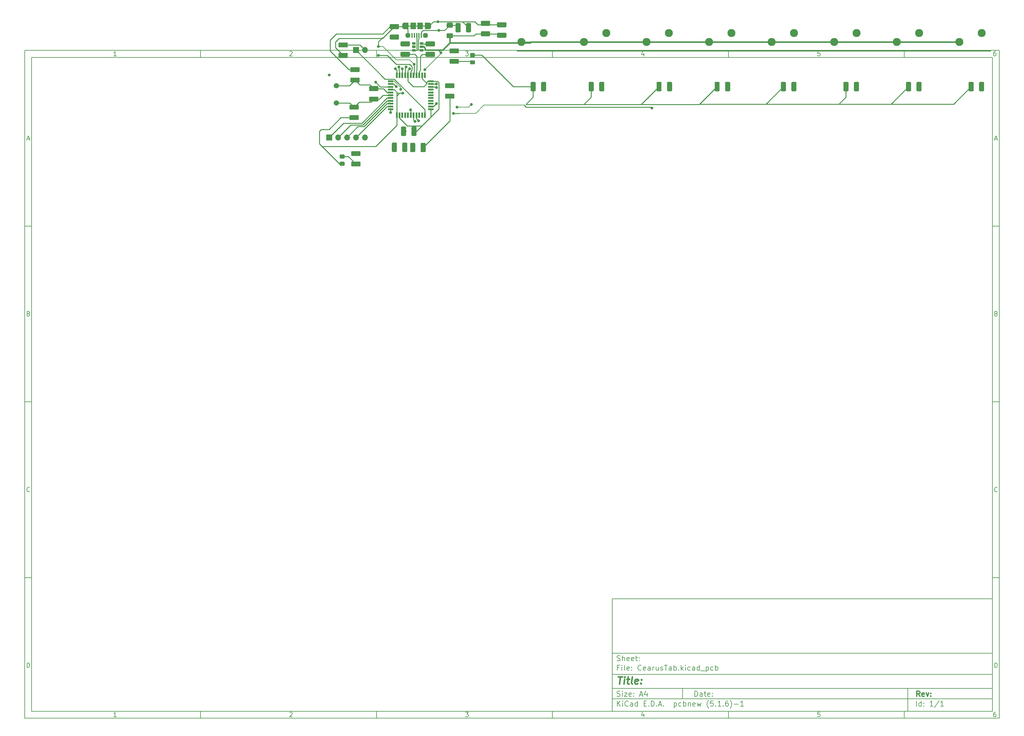
<source format=gbr>
%TF.GenerationSoftware,KiCad,Pcbnew,(5.1.6)-1*%
%TF.CreationDate,2021-02-12T14:30:02+03:00*%
%TF.ProjectId,CearusTab,43656172-7573-4546-9162-2e6b69636164,rev?*%
%TF.SameCoordinates,Original*%
%TF.FileFunction,Copper,L1,Top*%
%TF.FilePolarity,Positive*%
%FSLAX46Y46*%
G04 Gerber Fmt 4.6, Leading zero omitted, Abs format (unit mm)*
G04 Created by KiCad (PCBNEW (5.1.6)-1) date 2021-02-12 14:30:02*
%MOMM*%
%LPD*%
G01*
G04 APERTURE LIST*
%ADD10C,0.100000*%
%ADD11C,0.150000*%
%ADD12C,0.300000*%
%ADD13C,0.400000*%
%TA.AperFunction,ComponentPad*%
%ADD14C,1.500000*%
%TD*%
%TA.AperFunction,ComponentPad*%
%ADD15O,1.700000X1.700000*%
%TD*%
%TA.AperFunction,ComponentPad*%
%ADD16R,1.700000X1.700000*%
%TD*%
%TA.AperFunction,SMDPad,CuDef*%
%ADD17R,1.500000X0.550000*%
%TD*%
%TA.AperFunction,SMDPad,CuDef*%
%ADD18R,0.550000X1.500000*%
%TD*%
%TA.AperFunction,SMDPad,CuDef*%
%ADD19R,1.060000X0.650000*%
%TD*%
%TA.AperFunction,ComponentPad*%
%ADD20C,2.286000*%
%TD*%
%TA.AperFunction,SMDPad,CuDef*%
%ADD21R,1.200000X1.900000*%
%TD*%
%TA.AperFunction,ComponentPad*%
%ADD22O,1.200000X1.900000*%
%TD*%
%TA.AperFunction,SMDPad,CuDef*%
%ADD23R,1.500000X1.900000*%
%TD*%
%TA.AperFunction,ComponentPad*%
%ADD24C,1.450000*%
%TD*%
%TA.AperFunction,SMDPad,CuDef*%
%ADD25R,0.400000X1.350000*%
%TD*%
%TA.AperFunction,ViaPad*%
%ADD26C,0.800000*%
%TD*%
%TA.AperFunction,Conductor*%
%ADD27C,0.250000*%
%TD*%
%TA.AperFunction,Conductor*%
%ADD28C,0.284480*%
%TD*%
%TA.AperFunction,Conductor*%
%ADD29C,0.200000*%
%TD*%
%TA.AperFunction,Conductor*%
%ADD30C,0.414020*%
%TD*%
G04 APERTURE END LIST*
D10*
D11*
X177002200Y-166007200D02*
X177002200Y-198007200D01*
X285002200Y-198007200D01*
X285002200Y-166007200D01*
X177002200Y-166007200D01*
D10*
D11*
X10000000Y-10000000D02*
X10000000Y-200007200D01*
X287002200Y-200007200D01*
X287002200Y-10000000D01*
X10000000Y-10000000D01*
D10*
D11*
X12000000Y-12000000D02*
X12000000Y-198007200D01*
X285002200Y-198007200D01*
X285002200Y-12000000D01*
X12000000Y-12000000D01*
D10*
D11*
X60000000Y-12000000D02*
X60000000Y-10000000D01*
D10*
D11*
X110000000Y-12000000D02*
X110000000Y-10000000D01*
D10*
D11*
X160000000Y-12000000D02*
X160000000Y-10000000D01*
D10*
D11*
X210000000Y-12000000D02*
X210000000Y-10000000D01*
D10*
D11*
X260000000Y-12000000D02*
X260000000Y-10000000D01*
D10*
D11*
X36065476Y-11588095D02*
X35322619Y-11588095D01*
X35694047Y-11588095D02*
X35694047Y-10288095D01*
X35570238Y-10473809D01*
X35446428Y-10597619D01*
X35322619Y-10659523D01*
D10*
D11*
X85322619Y-10411904D02*
X85384523Y-10350000D01*
X85508333Y-10288095D01*
X85817857Y-10288095D01*
X85941666Y-10350000D01*
X86003571Y-10411904D01*
X86065476Y-10535714D01*
X86065476Y-10659523D01*
X86003571Y-10845238D01*
X85260714Y-11588095D01*
X86065476Y-11588095D01*
D10*
D11*
X135260714Y-10288095D02*
X136065476Y-10288095D01*
X135632142Y-10783333D01*
X135817857Y-10783333D01*
X135941666Y-10845238D01*
X136003571Y-10907142D01*
X136065476Y-11030952D01*
X136065476Y-11340476D01*
X136003571Y-11464285D01*
X135941666Y-11526190D01*
X135817857Y-11588095D01*
X135446428Y-11588095D01*
X135322619Y-11526190D01*
X135260714Y-11464285D01*
D10*
D11*
X185941666Y-10721428D02*
X185941666Y-11588095D01*
X185632142Y-10226190D02*
X185322619Y-11154761D01*
X186127380Y-11154761D01*
D10*
D11*
X236003571Y-10288095D02*
X235384523Y-10288095D01*
X235322619Y-10907142D01*
X235384523Y-10845238D01*
X235508333Y-10783333D01*
X235817857Y-10783333D01*
X235941666Y-10845238D01*
X236003571Y-10907142D01*
X236065476Y-11030952D01*
X236065476Y-11340476D01*
X236003571Y-11464285D01*
X235941666Y-11526190D01*
X235817857Y-11588095D01*
X235508333Y-11588095D01*
X235384523Y-11526190D01*
X235322619Y-11464285D01*
D10*
D11*
X285941666Y-10288095D02*
X285694047Y-10288095D01*
X285570238Y-10350000D01*
X285508333Y-10411904D01*
X285384523Y-10597619D01*
X285322619Y-10845238D01*
X285322619Y-11340476D01*
X285384523Y-11464285D01*
X285446428Y-11526190D01*
X285570238Y-11588095D01*
X285817857Y-11588095D01*
X285941666Y-11526190D01*
X286003571Y-11464285D01*
X286065476Y-11340476D01*
X286065476Y-11030952D01*
X286003571Y-10907142D01*
X285941666Y-10845238D01*
X285817857Y-10783333D01*
X285570238Y-10783333D01*
X285446428Y-10845238D01*
X285384523Y-10907142D01*
X285322619Y-11030952D01*
D10*
D11*
X60000000Y-198007200D02*
X60000000Y-200007200D01*
D10*
D11*
X110000000Y-198007200D02*
X110000000Y-200007200D01*
D10*
D11*
X160000000Y-198007200D02*
X160000000Y-200007200D01*
D10*
D11*
X210000000Y-198007200D02*
X210000000Y-200007200D01*
D10*
D11*
X260000000Y-198007200D02*
X260000000Y-200007200D01*
D10*
D11*
X36065476Y-199595295D02*
X35322619Y-199595295D01*
X35694047Y-199595295D02*
X35694047Y-198295295D01*
X35570238Y-198481009D01*
X35446428Y-198604819D01*
X35322619Y-198666723D01*
D10*
D11*
X85322619Y-198419104D02*
X85384523Y-198357200D01*
X85508333Y-198295295D01*
X85817857Y-198295295D01*
X85941666Y-198357200D01*
X86003571Y-198419104D01*
X86065476Y-198542914D01*
X86065476Y-198666723D01*
X86003571Y-198852438D01*
X85260714Y-199595295D01*
X86065476Y-199595295D01*
D10*
D11*
X135260714Y-198295295D02*
X136065476Y-198295295D01*
X135632142Y-198790533D01*
X135817857Y-198790533D01*
X135941666Y-198852438D01*
X136003571Y-198914342D01*
X136065476Y-199038152D01*
X136065476Y-199347676D01*
X136003571Y-199471485D01*
X135941666Y-199533390D01*
X135817857Y-199595295D01*
X135446428Y-199595295D01*
X135322619Y-199533390D01*
X135260714Y-199471485D01*
D10*
D11*
X185941666Y-198728628D02*
X185941666Y-199595295D01*
X185632142Y-198233390D02*
X185322619Y-199161961D01*
X186127380Y-199161961D01*
D10*
D11*
X236003571Y-198295295D02*
X235384523Y-198295295D01*
X235322619Y-198914342D01*
X235384523Y-198852438D01*
X235508333Y-198790533D01*
X235817857Y-198790533D01*
X235941666Y-198852438D01*
X236003571Y-198914342D01*
X236065476Y-199038152D01*
X236065476Y-199347676D01*
X236003571Y-199471485D01*
X235941666Y-199533390D01*
X235817857Y-199595295D01*
X235508333Y-199595295D01*
X235384523Y-199533390D01*
X235322619Y-199471485D01*
D10*
D11*
X285941666Y-198295295D02*
X285694047Y-198295295D01*
X285570238Y-198357200D01*
X285508333Y-198419104D01*
X285384523Y-198604819D01*
X285322619Y-198852438D01*
X285322619Y-199347676D01*
X285384523Y-199471485D01*
X285446428Y-199533390D01*
X285570238Y-199595295D01*
X285817857Y-199595295D01*
X285941666Y-199533390D01*
X286003571Y-199471485D01*
X286065476Y-199347676D01*
X286065476Y-199038152D01*
X286003571Y-198914342D01*
X285941666Y-198852438D01*
X285817857Y-198790533D01*
X285570238Y-198790533D01*
X285446428Y-198852438D01*
X285384523Y-198914342D01*
X285322619Y-199038152D01*
D10*
D11*
X10000000Y-60000000D02*
X12000000Y-60000000D01*
D10*
D11*
X10000000Y-110000000D02*
X12000000Y-110000000D01*
D10*
D11*
X10000000Y-160000000D02*
X12000000Y-160000000D01*
D10*
D11*
X10690476Y-35216666D02*
X11309523Y-35216666D01*
X10566666Y-35588095D02*
X11000000Y-34288095D01*
X11433333Y-35588095D01*
D10*
D11*
X11092857Y-84907142D02*
X11278571Y-84969047D01*
X11340476Y-85030952D01*
X11402380Y-85154761D01*
X11402380Y-85340476D01*
X11340476Y-85464285D01*
X11278571Y-85526190D01*
X11154761Y-85588095D01*
X10659523Y-85588095D01*
X10659523Y-84288095D01*
X11092857Y-84288095D01*
X11216666Y-84350000D01*
X11278571Y-84411904D01*
X11340476Y-84535714D01*
X11340476Y-84659523D01*
X11278571Y-84783333D01*
X11216666Y-84845238D01*
X11092857Y-84907142D01*
X10659523Y-84907142D01*
D10*
D11*
X11402380Y-135464285D02*
X11340476Y-135526190D01*
X11154761Y-135588095D01*
X11030952Y-135588095D01*
X10845238Y-135526190D01*
X10721428Y-135402380D01*
X10659523Y-135278571D01*
X10597619Y-135030952D01*
X10597619Y-134845238D01*
X10659523Y-134597619D01*
X10721428Y-134473809D01*
X10845238Y-134350000D01*
X11030952Y-134288095D01*
X11154761Y-134288095D01*
X11340476Y-134350000D01*
X11402380Y-134411904D01*
D10*
D11*
X10659523Y-185588095D02*
X10659523Y-184288095D01*
X10969047Y-184288095D01*
X11154761Y-184350000D01*
X11278571Y-184473809D01*
X11340476Y-184597619D01*
X11402380Y-184845238D01*
X11402380Y-185030952D01*
X11340476Y-185278571D01*
X11278571Y-185402380D01*
X11154761Y-185526190D01*
X10969047Y-185588095D01*
X10659523Y-185588095D01*
D10*
D11*
X287002200Y-60000000D02*
X285002200Y-60000000D01*
D10*
D11*
X287002200Y-110000000D02*
X285002200Y-110000000D01*
D10*
D11*
X287002200Y-160000000D02*
X285002200Y-160000000D01*
D10*
D11*
X285692676Y-35216666D02*
X286311723Y-35216666D01*
X285568866Y-35588095D02*
X286002200Y-34288095D01*
X286435533Y-35588095D01*
D10*
D11*
X286095057Y-84907142D02*
X286280771Y-84969047D01*
X286342676Y-85030952D01*
X286404580Y-85154761D01*
X286404580Y-85340476D01*
X286342676Y-85464285D01*
X286280771Y-85526190D01*
X286156961Y-85588095D01*
X285661723Y-85588095D01*
X285661723Y-84288095D01*
X286095057Y-84288095D01*
X286218866Y-84350000D01*
X286280771Y-84411904D01*
X286342676Y-84535714D01*
X286342676Y-84659523D01*
X286280771Y-84783333D01*
X286218866Y-84845238D01*
X286095057Y-84907142D01*
X285661723Y-84907142D01*
D10*
D11*
X286404580Y-135464285D02*
X286342676Y-135526190D01*
X286156961Y-135588095D01*
X286033152Y-135588095D01*
X285847438Y-135526190D01*
X285723628Y-135402380D01*
X285661723Y-135278571D01*
X285599819Y-135030952D01*
X285599819Y-134845238D01*
X285661723Y-134597619D01*
X285723628Y-134473809D01*
X285847438Y-134350000D01*
X286033152Y-134288095D01*
X286156961Y-134288095D01*
X286342676Y-134350000D01*
X286404580Y-134411904D01*
D10*
D11*
X285661723Y-185588095D02*
X285661723Y-184288095D01*
X285971247Y-184288095D01*
X286156961Y-184350000D01*
X286280771Y-184473809D01*
X286342676Y-184597619D01*
X286404580Y-184845238D01*
X286404580Y-185030952D01*
X286342676Y-185278571D01*
X286280771Y-185402380D01*
X286156961Y-185526190D01*
X285971247Y-185588095D01*
X285661723Y-185588095D01*
D10*
D11*
X200434342Y-193785771D02*
X200434342Y-192285771D01*
X200791485Y-192285771D01*
X201005771Y-192357200D01*
X201148628Y-192500057D01*
X201220057Y-192642914D01*
X201291485Y-192928628D01*
X201291485Y-193142914D01*
X201220057Y-193428628D01*
X201148628Y-193571485D01*
X201005771Y-193714342D01*
X200791485Y-193785771D01*
X200434342Y-193785771D01*
X202577200Y-193785771D02*
X202577200Y-193000057D01*
X202505771Y-192857200D01*
X202362914Y-192785771D01*
X202077200Y-192785771D01*
X201934342Y-192857200D01*
X202577200Y-193714342D02*
X202434342Y-193785771D01*
X202077200Y-193785771D01*
X201934342Y-193714342D01*
X201862914Y-193571485D01*
X201862914Y-193428628D01*
X201934342Y-193285771D01*
X202077200Y-193214342D01*
X202434342Y-193214342D01*
X202577200Y-193142914D01*
X203077200Y-192785771D02*
X203648628Y-192785771D01*
X203291485Y-192285771D02*
X203291485Y-193571485D01*
X203362914Y-193714342D01*
X203505771Y-193785771D01*
X203648628Y-193785771D01*
X204720057Y-193714342D02*
X204577200Y-193785771D01*
X204291485Y-193785771D01*
X204148628Y-193714342D01*
X204077200Y-193571485D01*
X204077200Y-193000057D01*
X204148628Y-192857200D01*
X204291485Y-192785771D01*
X204577200Y-192785771D01*
X204720057Y-192857200D01*
X204791485Y-193000057D01*
X204791485Y-193142914D01*
X204077200Y-193285771D01*
X205434342Y-193642914D02*
X205505771Y-193714342D01*
X205434342Y-193785771D01*
X205362914Y-193714342D01*
X205434342Y-193642914D01*
X205434342Y-193785771D01*
X205434342Y-192857200D02*
X205505771Y-192928628D01*
X205434342Y-193000057D01*
X205362914Y-192928628D01*
X205434342Y-192857200D01*
X205434342Y-193000057D01*
D10*
D11*
X177002200Y-194507200D02*
X285002200Y-194507200D01*
D10*
D11*
X178434342Y-196585771D02*
X178434342Y-195085771D01*
X179291485Y-196585771D02*
X178648628Y-195728628D01*
X179291485Y-195085771D02*
X178434342Y-195942914D01*
X179934342Y-196585771D02*
X179934342Y-195585771D01*
X179934342Y-195085771D02*
X179862914Y-195157200D01*
X179934342Y-195228628D01*
X180005771Y-195157200D01*
X179934342Y-195085771D01*
X179934342Y-195228628D01*
X181505771Y-196442914D02*
X181434342Y-196514342D01*
X181220057Y-196585771D01*
X181077200Y-196585771D01*
X180862914Y-196514342D01*
X180720057Y-196371485D01*
X180648628Y-196228628D01*
X180577200Y-195942914D01*
X180577200Y-195728628D01*
X180648628Y-195442914D01*
X180720057Y-195300057D01*
X180862914Y-195157200D01*
X181077200Y-195085771D01*
X181220057Y-195085771D01*
X181434342Y-195157200D01*
X181505771Y-195228628D01*
X182791485Y-196585771D02*
X182791485Y-195800057D01*
X182720057Y-195657200D01*
X182577200Y-195585771D01*
X182291485Y-195585771D01*
X182148628Y-195657200D01*
X182791485Y-196514342D02*
X182648628Y-196585771D01*
X182291485Y-196585771D01*
X182148628Y-196514342D01*
X182077200Y-196371485D01*
X182077200Y-196228628D01*
X182148628Y-196085771D01*
X182291485Y-196014342D01*
X182648628Y-196014342D01*
X182791485Y-195942914D01*
X184148628Y-196585771D02*
X184148628Y-195085771D01*
X184148628Y-196514342D02*
X184005771Y-196585771D01*
X183720057Y-196585771D01*
X183577200Y-196514342D01*
X183505771Y-196442914D01*
X183434342Y-196300057D01*
X183434342Y-195871485D01*
X183505771Y-195728628D01*
X183577200Y-195657200D01*
X183720057Y-195585771D01*
X184005771Y-195585771D01*
X184148628Y-195657200D01*
X186005771Y-195800057D02*
X186505771Y-195800057D01*
X186720057Y-196585771D02*
X186005771Y-196585771D01*
X186005771Y-195085771D01*
X186720057Y-195085771D01*
X187362914Y-196442914D02*
X187434342Y-196514342D01*
X187362914Y-196585771D01*
X187291485Y-196514342D01*
X187362914Y-196442914D01*
X187362914Y-196585771D01*
X188077200Y-196585771D02*
X188077200Y-195085771D01*
X188434342Y-195085771D01*
X188648628Y-195157200D01*
X188791485Y-195300057D01*
X188862914Y-195442914D01*
X188934342Y-195728628D01*
X188934342Y-195942914D01*
X188862914Y-196228628D01*
X188791485Y-196371485D01*
X188648628Y-196514342D01*
X188434342Y-196585771D01*
X188077200Y-196585771D01*
X189577200Y-196442914D02*
X189648628Y-196514342D01*
X189577200Y-196585771D01*
X189505771Y-196514342D01*
X189577200Y-196442914D01*
X189577200Y-196585771D01*
X190220057Y-196157200D02*
X190934342Y-196157200D01*
X190077200Y-196585771D02*
X190577200Y-195085771D01*
X191077200Y-196585771D01*
X191577200Y-196442914D02*
X191648628Y-196514342D01*
X191577200Y-196585771D01*
X191505771Y-196514342D01*
X191577200Y-196442914D01*
X191577200Y-196585771D01*
X194577200Y-195585771D02*
X194577200Y-197085771D01*
X194577200Y-195657200D02*
X194720057Y-195585771D01*
X195005771Y-195585771D01*
X195148628Y-195657200D01*
X195220057Y-195728628D01*
X195291485Y-195871485D01*
X195291485Y-196300057D01*
X195220057Y-196442914D01*
X195148628Y-196514342D01*
X195005771Y-196585771D01*
X194720057Y-196585771D01*
X194577200Y-196514342D01*
X196577200Y-196514342D02*
X196434342Y-196585771D01*
X196148628Y-196585771D01*
X196005771Y-196514342D01*
X195934342Y-196442914D01*
X195862914Y-196300057D01*
X195862914Y-195871485D01*
X195934342Y-195728628D01*
X196005771Y-195657200D01*
X196148628Y-195585771D01*
X196434342Y-195585771D01*
X196577200Y-195657200D01*
X197220057Y-196585771D02*
X197220057Y-195085771D01*
X197220057Y-195657200D02*
X197362914Y-195585771D01*
X197648628Y-195585771D01*
X197791485Y-195657200D01*
X197862914Y-195728628D01*
X197934342Y-195871485D01*
X197934342Y-196300057D01*
X197862914Y-196442914D01*
X197791485Y-196514342D01*
X197648628Y-196585771D01*
X197362914Y-196585771D01*
X197220057Y-196514342D01*
X198577200Y-195585771D02*
X198577200Y-196585771D01*
X198577200Y-195728628D02*
X198648628Y-195657200D01*
X198791485Y-195585771D01*
X199005771Y-195585771D01*
X199148628Y-195657200D01*
X199220057Y-195800057D01*
X199220057Y-196585771D01*
X200505771Y-196514342D02*
X200362914Y-196585771D01*
X200077200Y-196585771D01*
X199934342Y-196514342D01*
X199862914Y-196371485D01*
X199862914Y-195800057D01*
X199934342Y-195657200D01*
X200077200Y-195585771D01*
X200362914Y-195585771D01*
X200505771Y-195657200D01*
X200577200Y-195800057D01*
X200577200Y-195942914D01*
X199862914Y-196085771D01*
X201077200Y-195585771D02*
X201362914Y-196585771D01*
X201648628Y-195871485D01*
X201934342Y-196585771D01*
X202220057Y-195585771D01*
X204362914Y-197157200D02*
X204291485Y-197085771D01*
X204148628Y-196871485D01*
X204077200Y-196728628D01*
X204005771Y-196514342D01*
X203934342Y-196157200D01*
X203934342Y-195871485D01*
X204005771Y-195514342D01*
X204077200Y-195300057D01*
X204148628Y-195157200D01*
X204291485Y-194942914D01*
X204362914Y-194871485D01*
X205648628Y-195085771D02*
X204934342Y-195085771D01*
X204862914Y-195800057D01*
X204934342Y-195728628D01*
X205077200Y-195657200D01*
X205434342Y-195657200D01*
X205577200Y-195728628D01*
X205648628Y-195800057D01*
X205720057Y-195942914D01*
X205720057Y-196300057D01*
X205648628Y-196442914D01*
X205577200Y-196514342D01*
X205434342Y-196585771D01*
X205077200Y-196585771D01*
X204934342Y-196514342D01*
X204862914Y-196442914D01*
X206362914Y-196442914D02*
X206434342Y-196514342D01*
X206362914Y-196585771D01*
X206291485Y-196514342D01*
X206362914Y-196442914D01*
X206362914Y-196585771D01*
X207862914Y-196585771D02*
X207005771Y-196585771D01*
X207434342Y-196585771D02*
X207434342Y-195085771D01*
X207291485Y-195300057D01*
X207148628Y-195442914D01*
X207005771Y-195514342D01*
X208505771Y-196442914D02*
X208577200Y-196514342D01*
X208505771Y-196585771D01*
X208434342Y-196514342D01*
X208505771Y-196442914D01*
X208505771Y-196585771D01*
X209862914Y-195085771D02*
X209577200Y-195085771D01*
X209434342Y-195157200D01*
X209362914Y-195228628D01*
X209220057Y-195442914D01*
X209148628Y-195728628D01*
X209148628Y-196300057D01*
X209220057Y-196442914D01*
X209291485Y-196514342D01*
X209434342Y-196585771D01*
X209720057Y-196585771D01*
X209862914Y-196514342D01*
X209934342Y-196442914D01*
X210005771Y-196300057D01*
X210005771Y-195942914D01*
X209934342Y-195800057D01*
X209862914Y-195728628D01*
X209720057Y-195657200D01*
X209434342Y-195657200D01*
X209291485Y-195728628D01*
X209220057Y-195800057D01*
X209148628Y-195942914D01*
X210505771Y-197157200D02*
X210577200Y-197085771D01*
X210720057Y-196871485D01*
X210791485Y-196728628D01*
X210862914Y-196514342D01*
X210934342Y-196157200D01*
X210934342Y-195871485D01*
X210862914Y-195514342D01*
X210791485Y-195300057D01*
X210720057Y-195157200D01*
X210577200Y-194942914D01*
X210505771Y-194871485D01*
X211648628Y-196014342D02*
X212791485Y-196014342D01*
X214291485Y-196585771D02*
X213434342Y-196585771D01*
X213862914Y-196585771D02*
X213862914Y-195085771D01*
X213720057Y-195300057D01*
X213577200Y-195442914D01*
X213434342Y-195514342D01*
D10*
D11*
X177002200Y-191507200D02*
X285002200Y-191507200D01*
D10*
D12*
X264411485Y-193785771D02*
X263911485Y-193071485D01*
X263554342Y-193785771D02*
X263554342Y-192285771D01*
X264125771Y-192285771D01*
X264268628Y-192357200D01*
X264340057Y-192428628D01*
X264411485Y-192571485D01*
X264411485Y-192785771D01*
X264340057Y-192928628D01*
X264268628Y-193000057D01*
X264125771Y-193071485D01*
X263554342Y-193071485D01*
X265625771Y-193714342D02*
X265482914Y-193785771D01*
X265197200Y-193785771D01*
X265054342Y-193714342D01*
X264982914Y-193571485D01*
X264982914Y-193000057D01*
X265054342Y-192857200D01*
X265197200Y-192785771D01*
X265482914Y-192785771D01*
X265625771Y-192857200D01*
X265697200Y-193000057D01*
X265697200Y-193142914D01*
X264982914Y-193285771D01*
X266197200Y-192785771D02*
X266554342Y-193785771D01*
X266911485Y-192785771D01*
X267482914Y-193642914D02*
X267554342Y-193714342D01*
X267482914Y-193785771D01*
X267411485Y-193714342D01*
X267482914Y-193642914D01*
X267482914Y-193785771D01*
X267482914Y-192857200D02*
X267554342Y-192928628D01*
X267482914Y-193000057D01*
X267411485Y-192928628D01*
X267482914Y-192857200D01*
X267482914Y-193000057D01*
D10*
D11*
X178362914Y-193714342D02*
X178577200Y-193785771D01*
X178934342Y-193785771D01*
X179077200Y-193714342D01*
X179148628Y-193642914D01*
X179220057Y-193500057D01*
X179220057Y-193357200D01*
X179148628Y-193214342D01*
X179077200Y-193142914D01*
X178934342Y-193071485D01*
X178648628Y-193000057D01*
X178505771Y-192928628D01*
X178434342Y-192857200D01*
X178362914Y-192714342D01*
X178362914Y-192571485D01*
X178434342Y-192428628D01*
X178505771Y-192357200D01*
X178648628Y-192285771D01*
X179005771Y-192285771D01*
X179220057Y-192357200D01*
X179862914Y-193785771D02*
X179862914Y-192785771D01*
X179862914Y-192285771D02*
X179791485Y-192357200D01*
X179862914Y-192428628D01*
X179934342Y-192357200D01*
X179862914Y-192285771D01*
X179862914Y-192428628D01*
X180434342Y-192785771D02*
X181220057Y-192785771D01*
X180434342Y-193785771D01*
X181220057Y-193785771D01*
X182362914Y-193714342D02*
X182220057Y-193785771D01*
X181934342Y-193785771D01*
X181791485Y-193714342D01*
X181720057Y-193571485D01*
X181720057Y-193000057D01*
X181791485Y-192857200D01*
X181934342Y-192785771D01*
X182220057Y-192785771D01*
X182362914Y-192857200D01*
X182434342Y-193000057D01*
X182434342Y-193142914D01*
X181720057Y-193285771D01*
X183077200Y-193642914D02*
X183148628Y-193714342D01*
X183077200Y-193785771D01*
X183005771Y-193714342D01*
X183077200Y-193642914D01*
X183077200Y-193785771D01*
X183077200Y-192857200D02*
X183148628Y-192928628D01*
X183077200Y-193000057D01*
X183005771Y-192928628D01*
X183077200Y-192857200D01*
X183077200Y-193000057D01*
X184862914Y-193357200D02*
X185577200Y-193357200D01*
X184720057Y-193785771D02*
X185220057Y-192285771D01*
X185720057Y-193785771D01*
X186862914Y-192785771D02*
X186862914Y-193785771D01*
X186505771Y-192214342D02*
X186148628Y-193285771D01*
X187077200Y-193285771D01*
D10*
D11*
X263434342Y-196585771D02*
X263434342Y-195085771D01*
X264791485Y-196585771D02*
X264791485Y-195085771D01*
X264791485Y-196514342D02*
X264648628Y-196585771D01*
X264362914Y-196585771D01*
X264220057Y-196514342D01*
X264148628Y-196442914D01*
X264077200Y-196300057D01*
X264077200Y-195871485D01*
X264148628Y-195728628D01*
X264220057Y-195657200D01*
X264362914Y-195585771D01*
X264648628Y-195585771D01*
X264791485Y-195657200D01*
X265505771Y-196442914D02*
X265577200Y-196514342D01*
X265505771Y-196585771D01*
X265434342Y-196514342D01*
X265505771Y-196442914D01*
X265505771Y-196585771D01*
X265505771Y-195657200D02*
X265577200Y-195728628D01*
X265505771Y-195800057D01*
X265434342Y-195728628D01*
X265505771Y-195657200D01*
X265505771Y-195800057D01*
X268148628Y-196585771D02*
X267291485Y-196585771D01*
X267720057Y-196585771D02*
X267720057Y-195085771D01*
X267577200Y-195300057D01*
X267434342Y-195442914D01*
X267291485Y-195514342D01*
X269862914Y-195014342D02*
X268577200Y-196942914D01*
X271148628Y-196585771D02*
X270291485Y-196585771D01*
X270720057Y-196585771D02*
X270720057Y-195085771D01*
X270577200Y-195300057D01*
X270434342Y-195442914D01*
X270291485Y-195514342D01*
D10*
D11*
X177002200Y-187507200D02*
X285002200Y-187507200D01*
D10*
D13*
X178714580Y-188211961D02*
X179857438Y-188211961D01*
X179036009Y-190211961D02*
X179286009Y-188211961D01*
X180274104Y-190211961D02*
X180440771Y-188878628D01*
X180524104Y-188211961D02*
X180416961Y-188307200D01*
X180500295Y-188402438D01*
X180607438Y-188307200D01*
X180524104Y-188211961D01*
X180500295Y-188402438D01*
X181107438Y-188878628D02*
X181869342Y-188878628D01*
X181476485Y-188211961D02*
X181262200Y-189926247D01*
X181333628Y-190116723D01*
X181512200Y-190211961D01*
X181702676Y-190211961D01*
X182655057Y-190211961D02*
X182476485Y-190116723D01*
X182405057Y-189926247D01*
X182619342Y-188211961D01*
X184190771Y-190116723D02*
X183988390Y-190211961D01*
X183607438Y-190211961D01*
X183428866Y-190116723D01*
X183357438Y-189926247D01*
X183452676Y-189164342D01*
X183571723Y-188973866D01*
X183774104Y-188878628D01*
X184155057Y-188878628D01*
X184333628Y-188973866D01*
X184405057Y-189164342D01*
X184381247Y-189354819D01*
X183405057Y-189545295D01*
X185155057Y-190021485D02*
X185238390Y-190116723D01*
X185131247Y-190211961D01*
X185047914Y-190116723D01*
X185155057Y-190021485D01*
X185131247Y-190211961D01*
X185286009Y-188973866D02*
X185369342Y-189069104D01*
X185262200Y-189164342D01*
X185178866Y-189069104D01*
X185286009Y-188973866D01*
X185262200Y-189164342D01*
D10*
D11*
X178934342Y-185600057D02*
X178434342Y-185600057D01*
X178434342Y-186385771D02*
X178434342Y-184885771D01*
X179148628Y-184885771D01*
X179720057Y-186385771D02*
X179720057Y-185385771D01*
X179720057Y-184885771D02*
X179648628Y-184957200D01*
X179720057Y-185028628D01*
X179791485Y-184957200D01*
X179720057Y-184885771D01*
X179720057Y-185028628D01*
X180648628Y-186385771D02*
X180505771Y-186314342D01*
X180434342Y-186171485D01*
X180434342Y-184885771D01*
X181791485Y-186314342D02*
X181648628Y-186385771D01*
X181362914Y-186385771D01*
X181220057Y-186314342D01*
X181148628Y-186171485D01*
X181148628Y-185600057D01*
X181220057Y-185457200D01*
X181362914Y-185385771D01*
X181648628Y-185385771D01*
X181791485Y-185457200D01*
X181862914Y-185600057D01*
X181862914Y-185742914D01*
X181148628Y-185885771D01*
X182505771Y-186242914D02*
X182577200Y-186314342D01*
X182505771Y-186385771D01*
X182434342Y-186314342D01*
X182505771Y-186242914D01*
X182505771Y-186385771D01*
X182505771Y-185457200D02*
X182577200Y-185528628D01*
X182505771Y-185600057D01*
X182434342Y-185528628D01*
X182505771Y-185457200D01*
X182505771Y-185600057D01*
X185220057Y-186242914D02*
X185148628Y-186314342D01*
X184934342Y-186385771D01*
X184791485Y-186385771D01*
X184577200Y-186314342D01*
X184434342Y-186171485D01*
X184362914Y-186028628D01*
X184291485Y-185742914D01*
X184291485Y-185528628D01*
X184362914Y-185242914D01*
X184434342Y-185100057D01*
X184577200Y-184957200D01*
X184791485Y-184885771D01*
X184934342Y-184885771D01*
X185148628Y-184957200D01*
X185220057Y-185028628D01*
X186434342Y-186314342D02*
X186291485Y-186385771D01*
X186005771Y-186385771D01*
X185862914Y-186314342D01*
X185791485Y-186171485D01*
X185791485Y-185600057D01*
X185862914Y-185457200D01*
X186005771Y-185385771D01*
X186291485Y-185385771D01*
X186434342Y-185457200D01*
X186505771Y-185600057D01*
X186505771Y-185742914D01*
X185791485Y-185885771D01*
X187791485Y-186385771D02*
X187791485Y-185600057D01*
X187720057Y-185457200D01*
X187577200Y-185385771D01*
X187291485Y-185385771D01*
X187148628Y-185457200D01*
X187791485Y-186314342D02*
X187648628Y-186385771D01*
X187291485Y-186385771D01*
X187148628Y-186314342D01*
X187077200Y-186171485D01*
X187077200Y-186028628D01*
X187148628Y-185885771D01*
X187291485Y-185814342D01*
X187648628Y-185814342D01*
X187791485Y-185742914D01*
X188505771Y-186385771D02*
X188505771Y-185385771D01*
X188505771Y-185671485D02*
X188577200Y-185528628D01*
X188648628Y-185457200D01*
X188791485Y-185385771D01*
X188934342Y-185385771D01*
X190077200Y-185385771D02*
X190077200Y-186385771D01*
X189434342Y-185385771D02*
X189434342Y-186171485D01*
X189505771Y-186314342D01*
X189648628Y-186385771D01*
X189862914Y-186385771D01*
X190005771Y-186314342D01*
X190077200Y-186242914D01*
X190720057Y-186314342D02*
X190862914Y-186385771D01*
X191148628Y-186385771D01*
X191291485Y-186314342D01*
X191362914Y-186171485D01*
X191362914Y-186100057D01*
X191291485Y-185957200D01*
X191148628Y-185885771D01*
X190934342Y-185885771D01*
X190791485Y-185814342D01*
X190720057Y-185671485D01*
X190720057Y-185600057D01*
X190791485Y-185457200D01*
X190934342Y-185385771D01*
X191148628Y-185385771D01*
X191291485Y-185457200D01*
X191791485Y-184885771D02*
X192648628Y-184885771D01*
X192220057Y-186385771D02*
X192220057Y-184885771D01*
X193791485Y-186385771D02*
X193791485Y-185600057D01*
X193720057Y-185457200D01*
X193577200Y-185385771D01*
X193291485Y-185385771D01*
X193148628Y-185457200D01*
X193791485Y-186314342D02*
X193648628Y-186385771D01*
X193291485Y-186385771D01*
X193148628Y-186314342D01*
X193077200Y-186171485D01*
X193077200Y-186028628D01*
X193148628Y-185885771D01*
X193291485Y-185814342D01*
X193648628Y-185814342D01*
X193791485Y-185742914D01*
X194505771Y-186385771D02*
X194505771Y-184885771D01*
X194505771Y-185457200D02*
X194648628Y-185385771D01*
X194934342Y-185385771D01*
X195077200Y-185457200D01*
X195148628Y-185528628D01*
X195220057Y-185671485D01*
X195220057Y-186100057D01*
X195148628Y-186242914D01*
X195077200Y-186314342D01*
X194934342Y-186385771D01*
X194648628Y-186385771D01*
X194505771Y-186314342D01*
X195862914Y-186242914D02*
X195934342Y-186314342D01*
X195862914Y-186385771D01*
X195791485Y-186314342D01*
X195862914Y-186242914D01*
X195862914Y-186385771D01*
X196577200Y-186385771D02*
X196577200Y-184885771D01*
X196720057Y-185814342D02*
X197148628Y-186385771D01*
X197148628Y-185385771D02*
X196577200Y-185957200D01*
X197791485Y-186385771D02*
X197791485Y-185385771D01*
X197791485Y-184885771D02*
X197720057Y-184957200D01*
X197791485Y-185028628D01*
X197862914Y-184957200D01*
X197791485Y-184885771D01*
X197791485Y-185028628D01*
X199148628Y-186314342D02*
X199005771Y-186385771D01*
X198720057Y-186385771D01*
X198577200Y-186314342D01*
X198505771Y-186242914D01*
X198434342Y-186100057D01*
X198434342Y-185671485D01*
X198505771Y-185528628D01*
X198577200Y-185457200D01*
X198720057Y-185385771D01*
X199005771Y-185385771D01*
X199148628Y-185457200D01*
X200434342Y-186385771D02*
X200434342Y-185600057D01*
X200362914Y-185457200D01*
X200220057Y-185385771D01*
X199934342Y-185385771D01*
X199791485Y-185457200D01*
X200434342Y-186314342D02*
X200291485Y-186385771D01*
X199934342Y-186385771D01*
X199791485Y-186314342D01*
X199720057Y-186171485D01*
X199720057Y-186028628D01*
X199791485Y-185885771D01*
X199934342Y-185814342D01*
X200291485Y-185814342D01*
X200434342Y-185742914D01*
X201791485Y-186385771D02*
X201791485Y-184885771D01*
X201791485Y-186314342D02*
X201648628Y-186385771D01*
X201362914Y-186385771D01*
X201220057Y-186314342D01*
X201148628Y-186242914D01*
X201077200Y-186100057D01*
X201077200Y-185671485D01*
X201148628Y-185528628D01*
X201220057Y-185457200D01*
X201362914Y-185385771D01*
X201648628Y-185385771D01*
X201791485Y-185457200D01*
X202148628Y-186528628D02*
X203291485Y-186528628D01*
X203648628Y-185385771D02*
X203648628Y-186885771D01*
X203648628Y-185457200D02*
X203791485Y-185385771D01*
X204077200Y-185385771D01*
X204220057Y-185457200D01*
X204291485Y-185528628D01*
X204362914Y-185671485D01*
X204362914Y-186100057D01*
X204291485Y-186242914D01*
X204220057Y-186314342D01*
X204077200Y-186385771D01*
X203791485Y-186385771D01*
X203648628Y-186314342D01*
X205648628Y-186314342D02*
X205505771Y-186385771D01*
X205220057Y-186385771D01*
X205077200Y-186314342D01*
X205005771Y-186242914D01*
X204934342Y-186100057D01*
X204934342Y-185671485D01*
X205005771Y-185528628D01*
X205077200Y-185457200D01*
X205220057Y-185385771D01*
X205505771Y-185385771D01*
X205648628Y-185457200D01*
X206291485Y-186385771D02*
X206291485Y-184885771D01*
X206291485Y-185457200D02*
X206434342Y-185385771D01*
X206720057Y-185385771D01*
X206862914Y-185457200D01*
X206934342Y-185528628D01*
X207005771Y-185671485D01*
X207005771Y-186100057D01*
X206934342Y-186242914D01*
X206862914Y-186314342D01*
X206720057Y-186385771D01*
X206434342Y-186385771D01*
X206291485Y-186314342D01*
D10*
D11*
X177002200Y-181507200D02*
X285002200Y-181507200D01*
D10*
D11*
X178362914Y-183614342D02*
X178577200Y-183685771D01*
X178934342Y-183685771D01*
X179077200Y-183614342D01*
X179148628Y-183542914D01*
X179220057Y-183400057D01*
X179220057Y-183257200D01*
X179148628Y-183114342D01*
X179077200Y-183042914D01*
X178934342Y-182971485D01*
X178648628Y-182900057D01*
X178505771Y-182828628D01*
X178434342Y-182757200D01*
X178362914Y-182614342D01*
X178362914Y-182471485D01*
X178434342Y-182328628D01*
X178505771Y-182257200D01*
X178648628Y-182185771D01*
X179005771Y-182185771D01*
X179220057Y-182257200D01*
X179862914Y-183685771D02*
X179862914Y-182185771D01*
X180505771Y-183685771D02*
X180505771Y-182900057D01*
X180434342Y-182757200D01*
X180291485Y-182685771D01*
X180077200Y-182685771D01*
X179934342Y-182757200D01*
X179862914Y-182828628D01*
X181791485Y-183614342D02*
X181648628Y-183685771D01*
X181362914Y-183685771D01*
X181220057Y-183614342D01*
X181148628Y-183471485D01*
X181148628Y-182900057D01*
X181220057Y-182757200D01*
X181362914Y-182685771D01*
X181648628Y-182685771D01*
X181791485Y-182757200D01*
X181862914Y-182900057D01*
X181862914Y-183042914D01*
X181148628Y-183185771D01*
X183077200Y-183614342D02*
X182934342Y-183685771D01*
X182648628Y-183685771D01*
X182505771Y-183614342D01*
X182434342Y-183471485D01*
X182434342Y-182900057D01*
X182505771Y-182757200D01*
X182648628Y-182685771D01*
X182934342Y-182685771D01*
X183077200Y-182757200D01*
X183148628Y-182900057D01*
X183148628Y-183042914D01*
X182434342Y-183185771D01*
X183577200Y-182685771D02*
X184148628Y-182685771D01*
X183791485Y-182185771D02*
X183791485Y-183471485D01*
X183862914Y-183614342D01*
X184005771Y-183685771D01*
X184148628Y-183685771D01*
X184648628Y-183542914D02*
X184720057Y-183614342D01*
X184648628Y-183685771D01*
X184577200Y-183614342D01*
X184648628Y-183542914D01*
X184648628Y-183685771D01*
X184648628Y-182757200D02*
X184720057Y-182828628D01*
X184648628Y-182900057D01*
X184577200Y-182828628D01*
X184648628Y-182757200D01*
X184648628Y-182900057D01*
D10*
D11*
X197002200Y-191507200D02*
X197002200Y-194507200D01*
D10*
D11*
X261002200Y-191507200D02*
X261002200Y-198007200D01*
%TO.P,Yellow1,2*%
%TO.N,Net-(R5-Pad1)*%
%TA.AperFunction,SMDPad,CuDef*%
G36*
G01*
X100675001Y-40785000D02*
X99774999Y-40785000D01*
G75*
G02*
X99525000Y-40535001I0J249999D01*
G01*
X99525000Y-39884999D01*
G75*
G02*
X99774999Y-39635000I249999J0D01*
G01*
X100675001Y-39635000D01*
G75*
G02*
X100925000Y-39884999I0J-249999D01*
G01*
X100925000Y-40535001D01*
G75*
G02*
X100675001Y-40785000I-249999J0D01*
G01*
G37*
%TD.AperFunction*%
%TO.P,Yellow1,1*%
%TO.N,GND*%
%TA.AperFunction,SMDPad,CuDef*%
G36*
G01*
X100675001Y-42835000D02*
X99774999Y-42835000D01*
G75*
G02*
X99525000Y-42585001I0J249999D01*
G01*
X99525000Y-41934999D01*
G75*
G02*
X99774999Y-41685000I249999J0D01*
G01*
X100675001Y-41685000D01*
G75*
G02*
X100925000Y-41934999I0J-249999D01*
G01*
X100925000Y-42585001D01*
G75*
G02*
X100675001Y-42835000I-249999J0D01*
G01*
G37*
%TD.AperFunction*%
%TD*%
D14*
%TO.P,Y1,2*%
%TO.N,xtal1*%
X98552000Y-24946000D03*
%TO.P,Y1,1*%
%TO.N,xtal2*%
X98552000Y-20066000D03*
%TD*%
D15*
%TO.P,usb_boot1,2*%
%TO.N,Net-(R7-Pad2)*%
X106680000Y-9906000D03*
D16*
%TO.P,usb_boot1,1*%
%TO.N,Net-(U2-Pad33)*%
X104140000Y-9906000D03*
%TD*%
D17*
%TO.P,U2,44*%
%TO.N,Unfiltered*%
X125432000Y-18778000D03*
%TO.P,U2,43*%
%TO.N,GND*%
X125432000Y-19578000D03*
%TO.P,U2,42*%
%TO.N,Net-(C3-Pad1)*%
X125432000Y-20378000D03*
%TO.P,U2,41*%
%TO.N,Net-(U2-Pad41)*%
X125432000Y-21178000D03*
%TO.P,U2,40*%
%TO.N,Net-(U2-Pad40)*%
X125432000Y-21978000D03*
%TO.P,U2,39*%
%TO.N,Net-(U2-Pad39)*%
X125432000Y-22778000D03*
%TO.P,U2,38*%
%TO.N,Net-(U2-Pad38)*%
X125432000Y-23578000D03*
%TO.P,U2,37*%
%TO.N,Net-(U2-Pad37)*%
X125432000Y-24378000D03*
%TO.P,U2,36*%
%TO.N,Net-(U2-Pad36)*%
X125432000Y-25178000D03*
%TO.P,U2,35*%
%TO.N,GND*%
X125432000Y-25978000D03*
%TO.P,U2,34*%
%TO.N,Unfiltered*%
X125432000Y-26778000D03*
D18*
%TO.P,U2,33*%
%TO.N,Net-(U2-Pad33)*%
X123732000Y-28478000D03*
%TO.P,U2,32*%
%TO.N,Net-(U2-Pad32)*%
X122932000Y-28478000D03*
%TO.P,U2,31*%
%TO.N,Net-(U2-Pad31)*%
X122132000Y-28478000D03*
%TO.P,U2,30*%
%TO.N,7*%
X121332000Y-28478000D03*
%TO.P,U2,29*%
%TO.N,6*%
X120532000Y-28478000D03*
%TO.P,U2,28*%
%TO.N,5*%
X119732000Y-28478000D03*
%TO.P,U2,27*%
%TO.N,Net-(U2-Pad27)*%
X118932000Y-28478000D03*
%TO.P,U2,26*%
%TO.N,Net-(U2-Pad26)*%
X118132000Y-28478000D03*
%TO.P,U2,25*%
%TO.N,Net-(U2-Pad25)*%
X117332000Y-28478000D03*
%TO.P,U2,24*%
%TO.N,Unfiltered*%
X116532000Y-28478000D03*
%TO.P,U2,23*%
%TO.N,GND*%
X115732000Y-28478000D03*
D17*
%TO.P,U2,22*%
%TO.N,Net-(R5-Pad2)*%
X114032000Y-26778000D03*
%TO.P,U2,21*%
%TO.N,TX*%
X114032000Y-25978000D03*
%TO.P,U2,20*%
%TO.N,RX*%
X114032000Y-25178000D03*
%TO.P,U2,19*%
%TO.N,SDA*%
X114032000Y-24378000D03*
%TO.P,U2,18*%
%TO.N,SCL*%
X114032000Y-23578000D03*
%TO.P,U2,17*%
%TO.N,xtal1*%
X114032000Y-22778000D03*
%TO.P,U2,16*%
%TO.N,xtal2*%
X114032000Y-21978000D03*
%TO.P,U2,15*%
%TO.N,GND*%
X114032000Y-21178000D03*
%TO.P,U2,14*%
%TO.N,Unfiltered*%
X114032000Y-20378000D03*
%TO.P,U2,13*%
%TO.N,rst*%
X114032000Y-19578000D03*
%TO.P,U2,12*%
%TO.N,8*%
X114032000Y-18778000D03*
D18*
%TO.P,U2,11*%
%TO.N,4*%
X115732000Y-17078000D03*
%TO.P,U2,10*%
%TO.N,3*%
X116532000Y-17078000D03*
%TO.P,U2,9*%
%TO.N,2*%
X117332000Y-17078000D03*
%TO.P,U2,8*%
%TO.N,1*%
X118132000Y-17078000D03*
%TO.P,U2,7*%
%TO.N,Unfiltered*%
X118932000Y-17078000D03*
%TO.P,U2,6*%
%TO.N,Net-(C4-Pad1)*%
X119732000Y-17078000D03*
%TO.P,U2,5*%
%TO.N,GND*%
X120532000Y-17078000D03*
%TO.P,U2,4*%
%TO.N,Net-(R2-Pad1)*%
X121332000Y-17078000D03*
%TO.P,U2,3*%
%TO.N,Net-(R3-Pad1)*%
X122132000Y-17078000D03*
%TO.P,U2,2*%
%TO.N,Unfiltered*%
X122932000Y-17078000D03*
%TO.P,U2,1*%
%TO.N,Net-(U2-Pad1)*%
X123732000Y-17078000D03*
%TD*%
D19*
%TO.P,U1,5*%
%TO.N,Unfiltered*%
X122799200Y-9014500D03*
%TO.P,U1,6*%
%TO.N,Net-(R3-Pad2)*%
X122799200Y-8064500D03*
%TO.P,U1,4*%
%TO.N,Net-(J1-Pad2)*%
X122799200Y-9964500D03*
%TO.P,U1,3*%
%TO.N,Net-(J1-Pad3)*%
X120599200Y-9964500D03*
%TO.P,U1,2*%
%TO.N,Net-(C7-Pad1)*%
X120599200Y-9014500D03*
%TO.P,U1,1*%
%TO.N,Net-(R2-Pad2)*%
X120599200Y-8064500D03*
%TD*%
D20*
%TO.P,SW8,1*%
%TO.N,8*%
X281940000Y-5080000D03*
%TO.P,SW8,2*%
%TO.N,Unfiltered*%
X275590000Y-7620000D03*
%TD*%
%TO.P,SW7,1*%
%TO.N,7*%
X264160000Y-5080000D03*
%TO.P,SW7,2*%
%TO.N,Unfiltered*%
X257810000Y-7620000D03*
%TD*%
%TO.P,SW6,1*%
%TO.N,6*%
X246380000Y-5080000D03*
%TO.P,SW6,2*%
%TO.N,Unfiltered*%
X240030000Y-7620000D03*
%TD*%
%TO.P,SW5,1*%
%TO.N,5*%
X228600000Y-5080000D03*
%TO.P,SW5,2*%
%TO.N,Unfiltered*%
X222250000Y-7620000D03*
%TD*%
%TO.P,SW4,1*%
%TO.N,4*%
X210820000Y-5080000D03*
%TO.P,SW4,2*%
%TO.N,Unfiltered*%
X204470000Y-7620000D03*
%TD*%
%TO.P,SW3,1*%
%TO.N,3*%
X193040000Y-5080000D03*
%TO.P,SW3,2*%
%TO.N,Unfiltered*%
X186690000Y-7620000D03*
%TD*%
%TO.P,SW2,1*%
%TO.N,2*%
X175260000Y-5080000D03*
%TO.P,SW2,2*%
%TO.N,Unfiltered*%
X168910000Y-7620000D03*
%TD*%
%TO.P,SW1,1*%
%TO.N,1*%
X157480000Y-5080000D03*
%TO.P,SW1,2*%
%TO.N,Unfiltered*%
X151130000Y-7620000D03*
%TD*%
%TO.P,reset1,2*%
%TO.N,Net-(R8-Pad1)*%
%TA.AperFunction,SMDPad,CuDef*%
G36*
G01*
X120979000Y-36583000D02*
X120979000Y-38733000D01*
G75*
G02*
X120729000Y-38983000I-250000J0D01*
G01*
X119804000Y-38983000D01*
G75*
G02*
X119554000Y-38733000I0J250000D01*
G01*
X119554000Y-36583000D01*
G75*
G02*
X119804000Y-36333000I250000J0D01*
G01*
X120729000Y-36333000D01*
G75*
G02*
X120979000Y-36583000I0J-250000D01*
G01*
G37*
%TD.AperFunction*%
%TO.P,reset1,1*%
%TO.N,GND*%
%TA.AperFunction,SMDPad,CuDef*%
G36*
G01*
X123954000Y-36583000D02*
X123954000Y-38733000D01*
G75*
G02*
X123704000Y-38983000I-250000J0D01*
G01*
X122779000Y-38983000D01*
G75*
G02*
X122529000Y-38733000I0J250000D01*
G01*
X122529000Y-36583000D01*
G75*
G02*
X122779000Y-36333000I250000J0D01*
G01*
X123704000Y-36333000D01*
G75*
G02*
X123954000Y-36583000I0J-250000D01*
G01*
G37*
%TD.AperFunction*%
%TD*%
%TO.P,R16,2*%
%TO.N,8*%
%TA.AperFunction,SMDPad,CuDef*%
G36*
G01*
X281227500Y-21395000D02*
X281227500Y-19245000D01*
G75*
G02*
X281477500Y-18995000I250000J0D01*
G01*
X282402500Y-18995000D01*
G75*
G02*
X282652500Y-19245000I0J-250000D01*
G01*
X282652500Y-21395000D01*
G75*
G02*
X282402500Y-21645000I-250000J0D01*
G01*
X281477500Y-21645000D01*
G75*
G02*
X281227500Y-21395000I0J250000D01*
G01*
G37*
%TD.AperFunction*%
%TO.P,R16,1*%
%TO.N,GND*%
%TA.AperFunction,SMDPad,CuDef*%
G36*
G01*
X278252500Y-21395000D02*
X278252500Y-19245000D01*
G75*
G02*
X278502500Y-18995000I250000J0D01*
G01*
X279427500Y-18995000D01*
G75*
G02*
X279677500Y-19245000I0J-250000D01*
G01*
X279677500Y-21395000D01*
G75*
G02*
X279427500Y-21645000I-250000J0D01*
G01*
X278502500Y-21645000D01*
G75*
G02*
X278252500Y-21395000I0J250000D01*
G01*
G37*
%TD.AperFunction*%
%TD*%
%TO.P,R15,2*%
%TO.N,7*%
%TA.AperFunction,SMDPad,CuDef*%
G36*
G01*
X263447500Y-21395000D02*
X263447500Y-19245000D01*
G75*
G02*
X263697500Y-18995000I250000J0D01*
G01*
X264622500Y-18995000D01*
G75*
G02*
X264872500Y-19245000I0J-250000D01*
G01*
X264872500Y-21395000D01*
G75*
G02*
X264622500Y-21645000I-250000J0D01*
G01*
X263697500Y-21645000D01*
G75*
G02*
X263447500Y-21395000I0J250000D01*
G01*
G37*
%TD.AperFunction*%
%TO.P,R15,1*%
%TO.N,GND*%
%TA.AperFunction,SMDPad,CuDef*%
G36*
G01*
X260472500Y-21395000D02*
X260472500Y-19245000D01*
G75*
G02*
X260722500Y-18995000I250000J0D01*
G01*
X261647500Y-18995000D01*
G75*
G02*
X261897500Y-19245000I0J-250000D01*
G01*
X261897500Y-21395000D01*
G75*
G02*
X261647500Y-21645000I-250000J0D01*
G01*
X260722500Y-21645000D01*
G75*
G02*
X260472500Y-21395000I0J250000D01*
G01*
G37*
%TD.AperFunction*%
%TD*%
%TO.P,R14,2*%
%TO.N,6*%
%TA.AperFunction,SMDPad,CuDef*%
G36*
G01*
X245667500Y-21395000D02*
X245667500Y-19245000D01*
G75*
G02*
X245917500Y-18995000I250000J0D01*
G01*
X246842500Y-18995000D01*
G75*
G02*
X247092500Y-19245000I0J-250000D01*
G01*
X247092500Y-21395000D01*
G75*
G02*
X246842500Y-21645000I-250000J0D01*
G01*
X245917500Y-21645000D01*
G75*
G02*
X245667500Y-21395000I0J250000D01*
G01*
G37*
%TD.AperFunction*%
%TO.P,R14,1*%
%TO.N,GND*%
%TA.AperFunction,SMDPad,CuDef*%
G36*
G01*
X242692500Y-21395000D02*
X242692500Y-19245000D01*
G75*
G02*
X242942500Y-18995000I250000J0D01*
G01*
X243867500Y-18995000D01*
G75*
G02*
X244117500Y-19245000I0J-250000D01*
G01*
X244117500Y-21395000D01*
G75*
G02*
X243867500Y-21645000I-250000J0D01*
G01*
X242942500Y-21645000D01*
G75*
G02*
X242692500Y-21395000I0J250000D01*
G01*
G37*
%TD.AperFunction*%
%TD*%
%TO.P,R13,2*%
%TO.N,5*%
%TA.AperFunction,SMDPad,CuDef*%
G36*
G01*
X227887500Y-21395000D02*
X227887500Y-19245000D01*
G75*
G02*
X228137500Y-18995000I250000J0D01*
G01*
X229062500Y-18995000D01*
G75*
G02*
X229312500Y-19245000I0J-250000D01*
G01*
X229312500Y-21395000D01*
G75*
G02*
X229062500Y-21645000I-250000J0D01*
G01*
X228137500Y-21645000D01*
G75*
G02*
X227887500Y-21395000I0J250000D01*
G01*
G37*
%TD.AperFunction*%
%TO.P,R13,1*%
%TO.N,GND*%
%TA.AperFunction,SMDPad,CuDef*%
G36*
G01*
X224912500Y-21395000D02*
X224912500Y-19245000D01*
G75*
G02*
X225162500Y-18995000I250000J0D01*
G01*
X226087500Y-18995000D01*
G75*
G02*
X226337500Y-19245000I0J-250000D01*
G01*
X226337500Y-21395000D01*
G75*
G02*
X226087500Y-21645000I-250000J0D01*
G01*
X225162500Y-21645000D01*
G75*
G02*
X224912500Y-21395000I0J250000D01*
G01*
G37*
%TD.AperFunction*%
%TD*%
%TO.P,R12,2*%
%TO.N,4*%
%TA.AperFunction,SMDPad,CuDef*%
G36*
G01*
X209055000Y-21395000D02*
X209055000Y-19245000D01*
G75*
G02*
X209305000Y-18995000I250000J0D01*
G01*
X210230000Y-18995000D01*
G75*
G02*
X210480000Y-19245000I0J-250000D01*
G01*
X210480000Y-21395000D01*
G75*
G02*
X210230000Y-21645000I-250000J0D01*
G01*
X209305000Y-21645000D01*
G75*
G02*
X209055000Y-21395000I0J250000D01*
G01*
G37*
%TD.AperFunction*%
%TO.P,R12,1*%
%TO.N,GND*%
%TA.AperFunction,SMDPad,CuDef*%
G36*
G01*
X206080000Y-21395000D02*
X206080000Y-19245000D01*
G75*
G02*
X206330000Y-18995000I250000J0D01*
G01*
X207255000Y-18995000D01*
G75*
G02*
X207505000Y-19245000I0J-250000D01*
G01*
X207505000Y-21395000D01*
G75*
G02*
X207255000Y-21645000I-250000J0D01*
G01*
X206330000Y-21645000D01*
G75*
G02*
X206080000Y-21395000I0J250000D01*
G01*
G37*
%TD.AperFunction*%
%TD*%
%TO.P,R11,2*%
%TO.N,3*%
%TA.AperFunction,SMDPad,CuDef*%
G36*
G01*
X192545000Y-21395000D02*
X192545000Y-19245000D01*
G75*
G02*
X192795000Y-18995000I250000J0D01*
G01*
X193720000Y-18995000D01*
G75*
G02*
X193970000Y-19245000I0J-250000D01*
G01*
X193970000Y-21395000D01*
G75*
G02*
X193720000Y-21645000I-250000J0D01*
G01*
X192795000Y-21645000D01*
G75*
G02*
X192545000Y-21395000I0J250000D01*
G01*
G37*
%TD.AperFunction*%
%TO.P,R11,1*%
%TO.N,GND*%
%TA.AperFunction,SMDPad,CuDef*%
G36*
G01*
X189570000Y-21395000D02*
X189570000Y-19245000D01*
G75*
G02*
X189820000Y-18995000I250000J0D01*
G01*
X190745000Y-18995000D01*
G75*
G02*
X190995000Y-19245000I0J-250000D01*
G01*
X190995000Y-21395000D01*
G75*
G02*
X190745000Y-21645000I-250000J0D01*
G01*
X189820000Y-21645000D01*
G75*
G02*
X189570000Y-21395000I0J250000D01*
G01*
G37*
%TD.AperFunction*%
%TD*%
%TO.P,R10,2*%
%TO.N,2*%
%TA.AperFunction,SMDPad,CuDef*%
G36*
G01*
X173277500Y-21395000D02*
X173277500Y-19245000D01*
G75*
G02*
X173527500Y-18995000I250000J0D01*
G01*
X174452500Y-18995000D01*
G75*
G02*
X174702500Y-19245000I0J-250000D01*
G01*
X174702500Y-21395000D01*
G75*
G02*
X174452500Y-21645000I-250000J0D01*
G01*
X173527500Y-21645000D01*
G75*
G02*
X173277500Y-21395000I0J250000D01*
G01*
G37*
%TD.AperFunction*%
%TO.P,R10,1*%
%TO.N,GND*%
%TA.AperFunction,SMDPad,CuDef*%
G36*
G01*
X170302500Y-21395000D02*
X170302500Y-19245000D01*
G75*
G02*
X170552500Y-18995000I250000J0D01*
G01*
X171477500Y-18995000D01*
G75*
G02*
X171727500Y-19245000I0J-250000D01*
G01*
X171727500Y-21395000D01*
G75*
G02*
X171477500Y-21645000I-250000J0D01*
G01*
X170552500Y-21645000D01*
G75*
G02*
X170302500Y-21395000I0J250000D01*
G01*
G37*
%TD.AperFunction*%
%TD*%
%TO.P,R9,2*%
%TO.N,1*%
%TA.AperFunction,SMDPad,CuDef*%
G36*
G01*
X156767500Y-21395000D02*
X156767500Y-19245000D01*
G75*
G02*
X157017500Y-18995000I250000J0D01*
G01*
X157942500Y-18995000D01*
G75*
G02*
X158192500Y-19245000I0J-250000D01*
G01*
X158192500Y-21395000D01*
G75*
G02*
X157942500Y-21645000I-250000J0D01*
G01*
X157017500Y-21645000D01*
G75*
G02*
X156767500Y-21395000I0J250000D01*
G01*
G37*
%TD.AperFunction*%
%TO.P,R9,1*%
%TO.N,GND*%
%TA.AperFunction,SMDPad,CuDef*%
G36*
G01*
X153792500Y-21395000D02*
X153792500Y-19245000D01*
G75*
G02*
X154042500Y-18995000I250000J0D01*
G01*
X154967500Y-18995000D01*
G75*
G02*
X155217500Y-19245000I0J-250000D01*
G01*
X155217500Y-21395000D01*
G75*
G02*
X154967500Y-21645000I-250000J0D01*
G01*
X154042500Y-21645000D01*
G75*
G02*
X153792500Y-21395000I0J250000D01*
G01*
G37*
%TD.AperFunction*%
%TD*%
%TO.P,R8,2*%
%TO.N,rst*%
%TA.AperFunction,SMDPad,CuDef*%
G36*
G01*
X115774500Y-36517000D02*
X115774500Y-38667000D01*
G75*
G02*
X115524500Y-38917000I-250000J0D01*
G01*
X114599500Y-38917000D01*
G75*
G02*
X114349500Y-38667000I0J250000D01*
G01*
X114349500Y-36517000D01*
G75*
G02*
X114599500Y-36267000I250000J0D01*
G01*
X115524500Y-36267000D01*
G75*
G02*
X115774500Y-36517000I0J-250000D01*
G01*
G37*
%TD.AperFunction*%
%TO.P,R8,1*%
%TO.N,Net-(R8-Pad1)*%
%TA.AperFunction,SMDPad,CuDef*%
G36*
G01*
X118749500Y-36517000D02*
X118749500Y-38667000D01*
G75*
G02*
X118499500Y-38917000I-250000J0D01*
G01*
X117574500Y-38917000D01*
G75*
G02*
X117324500Y-38667000I0J250000D01*
G01*
X117324500Y-36517000D01*
G75*
G02*
X117574500Y-36267000I250000J0D01*
G01*
X118499500Y-36267000D01*
G75*
G02*
X118749500Y-36517000I0J-250000D01*
G01*
G37*
%TD.AperFunction*%
%TD*%
%TO.P,R7,2*%
%TO.N,Net-(R7-Pad2)*%
%TA.AperFunction,SMDPad,CuDef*%
G36*
G01*
X101593000Y-9181000D02*
X99443000Y-9181000D01*
G75*
G02*
X99193000Y-8931000I0J250000D01*
G01*
X99193000Y-8006000D01*
G75*
G02*
X99443000Y-7756000I250000J0D01*
G01*
X101593000Y-7756000D01*
G75*
G02*
X101843000Y-8006000I0J-250000D01*
G01*
X101843000Y-8931000D01*
G75*
G02*
X101593000Y-9181000I-250000J0D01*
G01*
G37*
%TD.AperFunction*%
%TO.P,R7,1*%
%TO.N,GND*%
%TA.AperFunction,SMDPad,CuDef*%
G36*
G01*
X101593000Y-12156000D02*
X99443000Y-12156000D01*
G75*
G02*
X99193000Y-11906000I0J250000D01*
G01*
X99193000Y-10981000D01*
G75*
G02*
X99443000Y-10731000I250000J0D01*
G01*
X101593000Y-10731000D01*
G75*
G02*
X101843000Y-10981000I0J-250000D01*
G01*
X101843000Y-11906000D01*
G75*
G02*
X101593000Y-12156000I-250000J0D01*
G01*
G37*
%TD.AperFunction*%
%TD*%
%TO.P,R6,2*%
%TO.N,xtal1*%
%TA.AperFunction,SMDPad,CuDef*%
G36*
G01*
X108145000Y-23163500D02*
X110295000Y-23163500D01*
G75*
G02*
X110545000Y-23413500I0J-250000D01*
G01*
X110545000Y-24338500D01*
G75*
G02*
X110295000Y-24588500I-250000J0D01*
G01*
X108145000Y-24588500D01*
G75*
G02*
X107895000Y-24338500I0J250000D01*
G01*
X107895000Y-23413500D01*
G75*
G02*
X108145000Y-23163500I250000J0D01*
G01*
G37*
%TD.AperFunction*%
%TO.P,R6,1*%
%TO.N,xtal2*%
%TA.AperFunction,SMDPad,CuDef*%
G36*
G01*
X108145000Y-20188500D02*
X110295000Y-20188500D01*
G75*
G02*
X110545000Y-20438500I0J-250000D01*
G01*
X110545000Y-21363500D01*
G75*
G02*
X110295000Y-21613500I-250000J0D01*
G01*
X108145000Y-21613500D01*
G75*
G02*
X107895000Y-21363500I0J250000D01*
G01*
X107895000Y-20438500D01*
G75*
G02*
X108145000Y-20188500I250000J0D01*
G01*
G37*
%TD.AperFunction*%
%TD*%
%TO.P,R5,2*%
%TO.N,Net-(R5-Pad2)*%
%TA.AperFunction,SMDPad,CuDef*%
G36*
G01*
X105215000Y-40082500D02*
X103065000Y-40082500D01*
G75*
G02*
X102815000Y-39832500I0J250000D01*
G01*
X102815000Y-38907500D01*
G75*
G02*
X103065000Y-38657500I250000J0D01*
G01*
X105215000Y-38657500D01*
G75*
G02*
X105465000Y-38907500I0J-250000D01*
G01*
X105465000Y-39832500D01*
G75*
G02*
X105215000Y-40082500I-250000J0D01*
G01*
G37*
%TD.AperFunction*%
%TO.P,R5,1*%
%TO.N,Net-(R5-Pad1)*%
%TA.AperFunction,SMDPad,CuDef*%
G36*
G01*
X105215000Y-43057500D02*
X103065000Y-43057500D01*
G75*
G02*
X102815000Y-42807500I0J250000D01*
G01*
X102815000Y-41882500D01*
G75*
G02*
X103065000Y-41632500I250000J0D01*
G01*
X105215000Y-41632500D01*
G75*
G02*
X105465000Y-41882500I0J-250000D01*
G01*
X105465000Y-42807500D01*
G75*
G02*
X105215000Y-43057500I-250000J0D01*
G01*
G37*
%TD.AperFunction*%
%TD*%
%TO.P,R4,2*%
%TO.N,Unfiltered*%
%TA.AperFunction,SMDPad,CuDef*%
G36*
G01*
X119937500Y-34095000D02*
X119937500Y-31945000D01*
G75*
G02*
X120187500Y-31695000I250000J0D01*
G01*
X121112500Y-31695000D01*
G75*
G02*
X121362500Y-31945000I0J-250000D01*
G01*
X121362500Y-34095000D01*
G75*
G02*
X121112500Y-34345000I-250000J0D01*
G01*
X120187500Y-34345000D01*
G75*
G02*
X119937500Y-34095000I0J250000D01*
G01*
G37*
%TD.AperFunction*%
%TO.P,R4,1*%
%TO.N,rst*%
%TA.AperFunction,SMDPad,CuDef*%
G36*
G01*
X116962500Y-34095000D02*
X116962500Y-31945000D01*
G75*
G02*
X117212500Y-31695000I250000J0D01*
G01*
X118137500Y-31695000D01*
G75*
G02*
X118387500Y-31945000I0J-250000D01*
G01*
X118387500Y-34095000D01*
G75*
G02*
X118137500Y-34345000I-250000J0D01*
G01*
X117212500Y-34345000D01*
G75*
G02*
X116962500Y-34095000I0J250000D01*
G01*
G37*
%TD.AperFunction*%
%TD*%
%TO.P,R3,2*%
%TO.N,Net-(R3-Pad2)*%
%TA.AperFunction,SMDPad,CuDef*%
G36*
G01*
X126335100Y-8891300D02*
X124185100Y-8891300D01*
G75*
G02*
X123935100Y-8641300I0J250000D01*
G01*
X123935100Y-7716300D01*
G75*
G02*
X124185100Y-7466300I250000J0D01*
G01*
X126335100Y-7466300D01*
G75*
G02*
X126585100Y-7716300I0J-250000D01*
G01*
X126585100Y-8641300D01*
G75*
G02*
X126335100Y-8891300I-250000J0D01*
G01*
G37*
%TD.AperFunction*%
%TO.P,R3,1*%
%TO.N,Net-(R3-Pad1)*%
%TA.AperFunction,SMDPad,CuDef*%
G36*
G01*
X126335100Y-11866300D02*
X124185100Y-11866300D01*
G75*
G02*
X123935100Y-11616300I0J250000D01*
G01*
X123935100Y-10691300D01*
G75*
G02*
X124185100Y-10441300I250000J0D01*
G01*
X126335100Y-10441300D01*
G75*
G02*
X126585100Y-10691300I0J-250000D01*
G01*
X126585100Y-11616300D01*
G75*
G02*
X126335100Y-11866300I-250000J0D01*
G01*
G37*
%TD.AperFunction*%
%TD*%
%TO.P,R2,2*%
%TO.N,Net-(R2-Pad2)*%
%TA.AperFunction,SMDPad,CuDef*%
G36*
G01*
X119223100Y-8865900D02*
X117073100Y-8865900D01*
G75*
G02*
X116823100Y-8615900I0J250000D01*
G01*
X116823100Y-7690900D01*
G75*
G02*
X117073100Y-7440900I250000J0D01*
G01*
X119223100Y-7440900D01*
G75*
G02*
X119473100Y-7690900I0J-250000D01*
G01*
X119473100Y-8615900D01*
G75*
G02*
X119223100Y-8865900I-250000J0D01*
G01*
G37*
%TD.AperFunction*%
%TO.P,R2,1*%
%TO.N,Net-(R2-Pad1)*%
%TA.AperFunction,SMDPad,CuDef*%
G36*
G01*
X119223100Y-11840900D02*
X117073100Y-11840900D01*
G75*
G02*
X116823100Y-11590900I0J250000D01*
G01*
X116823100Y-10665900D01*
G75*
G02*
X117073100Y-10415900I250000J0D01*
G01*
X119223100Y-10415900D01*
G75*
G02*
X119473100Y-10665900I0J-250000D01*
G01*
X119473100Y-11590900D01*
G75*
G02*
X119223100Y-11840900I-250000J0D01*
G01*
G37*
%TD.AperFunction*%
%TD*%
%TO.P,R1,2*%
%TO.N,VBUS*%
%TA.AperFunction,SMDPad,CuDef*%
G36*
G01*
X133155000Y-10872500D02*
X131005000Y-10872500D01*
G75*
G02*
X130755000Y-10622500I0J250000D01*
G01*
X130755000Y-9697500D01*
G75*
G02*
X131005000Y-9447500I250000J0D01*
G01*
X133155000Y-9447500D01*
G75*
G02*
X133405000Y-9697500I0J-250000D01*
G01*
X133405000Y-10622500D01*
G75*
G02*
X133155000Y-10872500I-250000J0D01*
G01*
G37*
%TD.AperFunction*%
%TO.P,R1,1*%
%TO.N,Net-(Power_red1-Pad2)*%
%TA.AperFunction,SMDPad,CuDef*%
G36*
G01*
X133155000Y-13847500D02*
X131005000Y-13847500D01*
G75*
G02*
X130755000Y-13597500I0J250000D01*
G01*
X130755000Y-12672500D01*
G75*
G02*
X131005000Y-12422500I250000J0D01*
G01*
X133155000Y-12422500D01*
G75*
G02*
X133405000Y-12672500I0J-250000D01*
G01*
X133405000Y-13597500D01*
G75*
G02*
X133155000Y-13847500I-250000J0D01*
G01*
G37*
%TD.AperFunction*%
%TD*%
%TO.P,Power_red1,2*%
%TO.N,Net-(Power_red1-Pad2)*%
%TA.AperFunction,SMDPad,CuDef*%
G36*
G01*
X136814999Y-12845000D02*
X137715001Y-12845000D01*
G75*
G02*
X137965000Y-13094999I0J-249999D01*
G01*
X137965000Y-13745001D01*
G75*
G02*
X137715001Y-13995000I-249999J0D01*
G01*
X136814999Y-13995000D01*
G75*
G02*
X136565000Y-13745001I0J249999D01*
G01*
X136565000Y-13094999D01*
G75*
G02*
X136814999Y-12845000I249999J0D01*
G01*
G37*
%TD.AperFunction*%
%TO.P,Power_red1,1*%
%TO.N,GND*%
%TA.AperFunction,SMDPad,CuDef*%
G36*
G01*
X136814999Y-10795000D02*
X137715001Y-10795000D01*
G75*
G02*
X137965000Y-11044999I0J-249999D01*
G01*
X137965000Y-11695001D01*
G75*
G02*
X137715001Y-11945000I-249999J0D01*
G01*
X136814999Y-11945000D01*
G75*
G02*
X136565000Y-11695001I0J249999D01*
G01*
X136565000Y-11044999D01*
G75*
G02*
X136814999Y-10795000I249999J0D01*
G01*
G37*
%TD.AperFunction*%
%TD*%
D15*
%TO.P,J2,5*%
%TO.N,rst*%
X106680000Y-34798000D03*
%TO.P,J2,4*%
%TO.N,TX*%
X104140000Y-34798000D03*
%TO.P,J2,3*%
%TO.N,RX*%
X101600000Y-34798000D03*
%TO.P,J2,2*%
%TO.N,SDA*%
X99060000Y-34798000D03*
D16*
%TO.P,J2,1*%
%TO.N,SCL*%
X96520000Y-34798000D03*
%TD*%
D21*
%TO.P,J1,6*%
%TO.N,GND*%
X124312000Y-3080500D03*
X118512000Y-3080500D03*
D22*
X117912000Y-3080500D03*
X124912000Y-3080500D03*
D23*
X122412000Y-3080500D03*
D24*
X118912000Y-5780500D03*
D25*
%TO.P,J1,3*%
%TO.N,Net-(J1-Pad3)*%
X121412000Y-5780500D03*
%TO.P,J1,4*%
%TO.N,Net-(J1-Pad4)*%
X120762000Y-5780500D03*
%TO.P,J1,5*%
%TO.N,GND*%
X120112000Y-5780500D03*
%TO.P,J1,1*%
%TO.N,VBUS*%
X122712000Y-5780500D03*
%TO.P,J1,2*%
%TO.N,Net-(J1-Pad2)*%
X122062000Y-5780500D03*
D24*
%TO.P,J1,6*%
%TO.N,GND*%
X123912000Y-5780500D03*
D23*
X120412000Y-3080500D03*
%TD*%
%TO.P,F1,2*%
%TO.N,VBUS*%
%TA.AperFunction,SMDPad,CuDef*%
G36*
G01*
X131435000Y-3579500D02*
X130185000Y-3579500D01*
G75*
G02*
X129935000Y-3329500I0J250000D01*
G01*
X129935000Y-2404500D01*
G75*
G02*
X130185000Y-2154500I250000J0D01*
G01*
X131435000Y-2154500D01*
G75*
G02*
X131685000Y-2404500I0J-250000D01*
G01*
X131685000Y-3329500D01*
G75*
G02*
X131435000Y-3579500I-250000J0D01*
G01*
G37*
%TD.AperFunction*%
%TO.P,F1,1*%
%TO.N,Unfiltered*%
%TA.AperFunction,SMDPad,CuDef*%
G36*
G01*
X131435000Y-6554500D02*
X130185000Y-6554500D01*
G75*
G02*
X129935000Y-6304500I0J250000D01*
G01*
X129935000Y-5379500D01*
G75*
G02*
X130185000Y-5129500I250000J0D01*
G01*
X131435000Y-5129500D01*
G75*
G02*
X131685000Y-5379500I0J-250000D01*
G01*
X131685000Y-6304500D01*
G75*
G02*
X131435000Y-6554500I-250000J0D01*
G01*
G37*
%TD.AperFunction*%
%TD*%
%TO.P,C8,2*%
%TO.N,Unfiltered*%
%TA.AperFunction,SMDPad,CuDef*%
G36*
G01*
X139895000Y-4585000D02*
X142045000Y-4585000D01*
G75*
G02*
X142295000Y-4835000I0J-250000D01*
G01*
X142295000Y-5760000D01*
G75*
G02*
X142045000Y-6010000I-250000J0D01*
G01*
X139895000Y-6010000D01*
G75*
G02*
X139645000Y-5760000I0J250000D01*
G01*
X139645000Y-4835000D01*
G75*
G02*
X139895000Y-4585000I250000J0D01*
G01*
G37*
%TD.AperFunction*%
%TO.P,C8,1*%
%TO.N,GND*%
%TA.AperFunction,SMDPad,CuDef*%
G36*
G01*
X139895000Y-1610000D02*
X142045000Y-1610000D01*
G75*
G02*
X142295000Y-1860000I0J-250000D01*
G01*
X142295000Y-2785000D01*
G75*
G02*
X142045000Y-3035000I-250000J0D01*
G01*
X139895000Y-3035000D01*
G75*
G02*
X139645000Y-2785000I0J250000D01*
G01*
X139645000Y-1860000D01*
G75*
G02*
X139895000Y-1610000I250000J0D01*
G01*
G37*
%TD.AperFunction*%
%TD*%
%TO.P,C7,2*%
%TO.N,GND*%
%TA.AperFunction,SMDPad,CuDef*%
G36*
G01*
X116149700Y-3947800D02*
X113999700Y-3947800D01*
G75*
G02*
X113749700Y-3697800I0J250000D01*
G01*
X113749700Y-2772800D01*
G75*
G02*
X113999700Y-2522800I250000J0D01*
G01*
X116149700Y-2522800D01*
G75*
G02*
X116399700Y-2772800I0J-250000D01*
G01*
X116399700Y-3697800D01*
G75*
G02*
X116149700Y-3947800I-250000J0D01*
G01*
G37*
%TD.AperFunction*%
%TO.P,C7,1*%
%TO.N,Net-(C7-Pad1)*%
%TA.AperFunction,SMDPad,CuDef*%
G36*
G01*
X116149700Y-6922800D02*
X113999700Y-6922800D01*
G75*
G02*
X113749700Y-6672800I0J250000D01*
G01*
X113749700Y-5747800D01*
G75*
G02*
X113999700Y-5497800I250000J0D01*
G01*
X116149700Y-5497800D01*
G75*
G02*
X116399700Y-5747800I0J-250000D01*
G01*
X116399700Y-6672800D01*
G75*
G02*
X116149700Y-6922800I-250000J0D01*
G01*
G37*
%TD.AperFunction*%
%TD*%
%TO.P,C6,2*%
%TO.N,xtal1*%
%TA.AperFunction,SMDPad,CuDef*%
G36*
G01*
X104707000Y-26874500D02*
X102557000Y-26874500D01*
G75*
G02*
X102307000Y-26624500I0J250000D01*
G01*
X102307000Y-25699500D01*
G75*
G02*
X102557000Y-25449500I250000J0D01*
G01*
X104707000Y-25449500D01*
G75*
G02*
X104957000Y-25699500I0J-250000D01*
G01*
X104957000Y-26624500D01*
G75*
G02*
X104707000Y-26874500I-250000J0D01*
G01*
G37*
%TD.AperFunction*%
%TO.P,C6,1*%
%TO.N,GND*%
%TA.AperFunction,SMDPad,CuDef*%
G36*
G01*
X104707000Y-29849500D02*
X102557000Y-29849500D01*
G75*
G02*
X102307000Y-29599500I0J250000D01*
G01*
X102307000Y-28674500D01*
G75*
G02*
X102557000Y-28424500I250000J0D01*
G01*
X104707000Y-28424500D01*
G75*
G02*
X104957000Y-28674500I0J-250000D01*
G01*
X104957000Y-29599500D01*
G75*
G02*
X104707000Y-29849500I-250000J0D01*
G01*
G37*
%TD.AperFunction*%
%TD*%
%TO.P,C5,2*%
%TO.N,GND*%
%TA.AperFunction,SMDPad,CuDef*%
G36*
G01*
X104961000Y-16206500D02*
X102811000Y-16206500D01*
G75*
G02*
X102561000Y-15956500I0J250000D01*
G01*
X102561000Y-15031500D01*
G75*
G02*
X102811000Y-14781500I250000J0D01*
G01*
X104961000Y-14781500D01*
G75*
G02*
X105211000Y-15031500I0J-250000D01*
G01*
X105211000Y-15956500D01*
G75*
G02*
X104961000Y-16206500I-250000J0D01*
G01*
G37*
%TD.AperFunction*%
%TO.P,C5,1*%
%TO.N,xtal2*%
%TA.AperFunction,SMDPad,CuDef*%
G36*
G01*
X104961000Y-19181500D02*
X102811000Y-19181500D01*
G75*
G02*
X102561000Y-18931500I0J250000D01*
G01*
X102561000Y-18006500D01*
G75*
G02*
X102811000Y-17756500I250000J0D01*
G01*
X104961000Y-17756500D01*
G75*
G02*
X105211000Y-18006500I0J-250000D01*
G01*
X105211000Y-18931500D01*
G75*
G02*
X104961000Y-19181500I-250000J0D01*
G01*
G37*
%TD.AperFunction*%
%TD*%
%TO.P,C3,2*%
%TO.N,GND*%
%TA.AperFunction,SMDPad,CuDef*%
G36*
G01*
X129735000Y-22328500D02*
X131885000Y-22328500D01*
G75*
G02*
X132135000Y-22578500I0J-250000D01*
G01*
X132135000Y-23503500D01*
G75*
G02*
X131885000Y-23753500I-250000J0D01*
G01*
X129735000Y-23753500D01*
G75*
G02*
X129485000Y-23503500I0J250000D01*
G01*
X129485000Y-22578500D01*
G75*
G02*
X129735000Y-22328500I250000J0D01*
G01*
G37*
%TD.AperFunction*%
%TO.P,C3,1*%
%TO.N,Net-(C3-Pad1)*%
%TA.AperFunction,SMDPad,CuDef*%
G36*
G01*
X129735000Y-19353500D02*
X131885000Y-19353500D01*
G75*
G02*
X132135000Y-19603500I0J-250000D01*
G01*
X132135000Y-20528500D01*
G75*
G02*
X131885000Y-20778500I-250000J0D01*
G01*
X129735000Y-20778500D01*
G75*
G02*
X129485000Y-20528500I0J250000D01*
G01*
X129485000Y-19603500D01*
G75*
G02*
X129735000Y-19353500I250000J0D01*
G01*
G37*
%TD.AperFunction*%
%TD*%
%TO.P,C2,2*%
%TO.N,GND*%
%TA.AperFunction,SMDPad,CuDef*%
G36*
G01*
X146655000Y-3435000D02*
X144505000Y-3435000D01*
G75*
G02*
X144255000Y-3185000I0J250000D01*
G01*
X144255000Y-2260000D01*
G75*
G02*
X144505000Y-2010000I250000J0D01*
G01*
X146655000Y-2010000D01*
G75*
G02*
X146905000Y-2260000I0J-250000D01*
G01*
X146905000Y-3185000D01*
G75*
G02*
X146655000Y-3435000I-250000J0D01*
G01*
G37*
%TD.AperFunction*%
%TO.P,C2,1*%
%TO.N,Unfiltered*%
%TA.AperFunction,SMDPad,CuDef*%
G36*
G01*
X146655000Y-6410000D02*
X144505000Y-6410000D01*
G75*
G02*
X144255000Y-6160000I0J250000D01*
G01*
X144255000Y-5235000D01*
G75*
G02*
X144505000Y-4985000I250000J0D01*
G01*
X146655000Y-4985000D01*
G75*
G02*
X146905000Y-5235000I0J-250000D01*
G01*
X146905000Y-6160000D01*
G75*
G02*
X146655000Y-6410000I-250000J0D01*
G01*
G37*
%TD.AperFunction*%
%TD*%
%TO.P,C1,2*%
%TO.N,GND*%
%TA.AperFunction,SMDPad,CuDef*%
G36*
G01*
X135431500Y-4631000D02*
X135431500Y-2481000D01*
G75*
G02*
X135681500Y-2231000I250000J0D01*
G01*
X136606500Y-2231000D01*
G75*
G02*
X136856500Y-2481000I0J-250000D01*
G01*
X136856500Y-4631000D01*
G75*
G02*
X136606500Y-4881000I-250000J0D01*
G01*
X135681500Y-4881000D01*
G75*
G02*
X135431500Y-4631000I0J250000D01*
G01*
G37*
%TD.AperFunction*%
%TO.P,C1,1*%
%TO.N,VBUS*%
%TA.AperFunction,SMDPad,CuDef*%
G36*
G01*
X132456500Y-4631000D02*
X132456500Y-2481000D01*
G75*
G02*
X132706500Y-2231000I250000J0D01*
G01*
X133631500Y-2231000D01*
G75*
G02*
X133881500Y-2481000I0J-250000D01*
G01*
X133881500Y-4631000D01*
G75*
G02*
X133631500Y-4881000I-250000J0D01*
G01*
X132706500Y-4881000D01*
G75*
G02*
X132456500Y-4631000I0J250000D01*
G01*
G37*
%TD.AperFunction*%
%TD*%
D26*
%TO.N,*%
X96520000Y-17018000D03*
%TO.N,GND*%
X130810000Y-23114000D03*
X110490000Y-8890000D03*
X127000000Y-19558000D03*
X127000000Y-25146000D03*
X117440000Y-22190000D03*
X127456510Y-1829490D03*
X137265000Y-11370000D03*
X120650000Y-13970000D03*
%TO.N,VBUS*%
X132080000Y-10160000D03*
X127724499Y-4355501D03*
%TO.N,Unfiltered*%
X119380000Y-15240000D03*
X123698000Y-15494000D03*
X128270000Y-10668000D03*
X109723845Y-19054155D03*
%TO.N,Net-(C3-Pad1)*%
X130810000Y-20066000D03*
X127000000Y-20574000D03*
%TO.N,Net-(C4-Pad1)*%
X110490000Y-11430000D03*
%TO.N,Net-(C7-Pad1)*%
X115062000Y-6146800D03*
X120573800Y-8991600D03*
%TO.N,rst*%
X115062000Y-37592000D03*
X118110000Y-33020000D03*
X115570000Y-20320000D03*
%TO.N,Net-(R5-Pad2)*%
X104140000Y-39370000D03*
X114032000Y-27672000D03*
%TO.N,1*%
X157480000Y-20320000D03*
X118364000Y-14732000D03*
%TO.N,2*%
X173990000Y-20320000D03*
X117332000Y-15256000D03*
%TO.N,3*%
X193040000Y-20320000D03*
X116332000Y-14732000D03*
%TO.N,4*%
X209550000Y-20320000D03*
X115316000Y-15240000D03*
%TO.N,5*%
X228600000Y-20320000D03*
X119634000Y-26924000D03*
%TO.N,6*%
X246380000Y-20320000D03*
X120904000Y-30226000D03*
%TO.N,7*%
X264160000Y-20320000D03*
X121920000Y-30066000D03*
X131826000Y-27940000D03*
X188214000Y-26416000D03*
%TO.N,8*%
X281940000Y-20320000D03*
X116840000Y-21082000D03*
X132842000Y-26162000D03*
X136906000Y-25400000D03*
%TD*%
D27*
%TO.N,*%
X149860000Y-10160000D02*
X284480000Y-10160000D01*
%TO.N,GND*%
X117757200Y-3235300D02*
X117912000Y-3080500D01*
X115074700Y-3235300D02*
X117757200Y-3235300D01*
D28*
X98298000Y-7620000D02*
X99314000Y-6604000D01*
X100518000Y-11443500D02*
X98298000Y-9223500D01*
X99314000Y-6604000D02*
X111706000Y-6604000D01*
X98298000Y-9223500D02*
X98298000Y-7620000D01*
X113858700Y-3235300D02*
X115074700Y-3235300D01*
X111760000Y-5334000D02*
X113858700Y-3235300D01*
X102108000Y-15494000D02*
X96774000Y-10160000D01*
X96774000Y-7112000D02*
X98552000Y-5334000D01*
X98552000Y-5334000D02*
X111760000Y-5334000D01*
X103886000Y-15494000D02*
X102108000Y-15494000D01*
X96774000Y-10160000D02*
X96774000Y-7112000D01*
D27*
X118512000Y-3080500D02*
X124912000Y-3080500D01*
X118912000Y-4080500D02*
X117912000Y-3080500D01*
X118912000Y-5780500D02*
X118912000Y-4080500D01*
X126163010Y-1829490D02*
X124912000Y-3080500D01*
X134417490Y-1829490D02*
X127456510Y-1829490D01*
X136144000Y-3556000D02*
X134417490Y-1829490D01*
X115732000Y-31334000D02*
X115732000Y-28478000D01*
X94488000Y-37338000D02*
X109728000Y-37338000D01*
X99895998Y-29137000D02*
X96520998Y-32512000D01*
X109728000Y-37338000D02*
X115732000Y-31334000D01*
X93726000Y-33020000D02*
X93726000Y-36576000D01*
X103632000Y-29137000D02*
X99895998Y-29137000D01*
X96520998Y-32512000D02*
X94234000Y-32512000D01*
X93726000Y-36576000D02*
X94488000Y-37338000D01*
X94234000Y-32512000D02*
X93726000Y-33020000D01*
X115032000Y-21178000D02*
X115732000Y-21878000D01*
X114032000Y-21178000D02*
X115032000Y-21178000D01*
X99410000Y-42260000D02*
X94488000Y-37338000D01*
X100225000Y-42260000D02*
X99410000Y-42260000D01*
X171015000Y-23295000D02*
X171015000Y-20320000D01*
X152400000Y-25400000D02*
X168910000Y-25400000D01*
X168910000Y-25400000D02*
X171015000Y-23295000D01*
X154505000Y-20320000D02*
X154505000Y-23295000D01*
X154505000Y-23295000D02*
X152400000Y-25400000D01*
X185202500Y-25400000D02*
X190282500Y-20320000D01*
X168910000Y-25400000D02*
X185202500Y-25400000D01*
X185202500Y-25400000D02*
X201712500Y-25400000D01*
X220653750Y-25291250D02*
X225625000Y-20320000D01*
X201821250Y-25291250D02*
X220653750Y-25291250D01*
X201821250Y-25291250D02*
X206792500Y-20320000D01*
X201712500Y-25400000D02*
X201821250Y-25291250D01*
X241408750Y-25291250D02*
X243405000Y-23295000D01*
X243405000Y-23295000D02*
X243405000Y-20320000D01*
X220653750Y-25291250D02*
X241408750Y-25291250D01*
X256213750Y-25291250D02*
X261185000Y-20320000D01*
X241408750Y-25291250D02*
X256213750Y-25291250D01*
X273993750Y-25291250D02*
X278965000Y-20320000D01*
X256213750Y-25291250D02*
X273993750Y-25291250D01*
X141370000Y-2722500D02*
X140970000Y-2322500D01*
X145580000Y-2722500D02*
X138830000Y-2722500D01*
X137936990Y-1829490D02*
X138830000Y-2722500D01*
X134417490Y-1829490D02*
X137936990Y-1829490D01*
X110490000Y-8890000D02*
X110490000Y-7620000D01*
X111660000Y-6450000D02*
X111860000Y-6450000D01*
D28*
X111706000Y-6604000D02*
X111860000Y-6450000D01*
D27*
X110490000Y-7620000D02*
X111660000Y-6450000D01*
D28*
X111860000Y-6450000D02*
X115074700Y-3235300D01*
D27*
X126432000Y-19578000D02*
X126452000Y-19558000D01*
X125432000Y-19578000D02*
X126432000Y-19578000D01*
X126452000Y-19558000D02*
X127000000Y-19558000D01*
X127000000Y-19558000D02*
X127254000Y-19558000D01*
X126168000Y-25978000D02*
X127000000Y-25146000D01*
X125432000Y-25978000D02*
X126168000Y-25978000D01*
X130810000Y-30089500D02*
X130810000Y-23114000D01*
X123241500Y-37658000D02*
X130810000Y-30089500D01*
X115732000Y-22190000D02*
X117440000Y-22190000D01*
X115732000Y-21878000D02*
X115732000Y-22190000D01*
X117440000Y-22190000D02*
X117440000Y-22190000D01*
X115732000Y-22952000D02*
X116332000Y-22352000D01*
X115732000Y-22952000D02*
X115732000Y-28478000D01*
X115732000Y-22190000D02*
X115732000Y-22952000D01*
X154505000Y-20320000D02*
X148844000Y-20320000D01*
X139894000Y-11370000D02*
X137265000Y-11370000D01*
X148844000Y-20320000D02*
X139894000Y-11370000D01*
X127456510Y-1829490D02*
X126163010Y-1829490D01*
X137265000Y-11370000D02*
X137265000Y-11370000D01*
X120532000Y-17078000D02*
X120650000Y-16960000D01*
X120650000Y-16960000D02*
X120650000Y-15240000D01*
X120650000Y-15240000D02*
X120650000Y-13970000D01*
X120650000Y-13970000D02*
X120650000Y-13970000D01*
D29*
X110490000Y-8890000D02*
X111760000Y-8890000D01*
X111760000Y-8890000D02*
X115570000Y-12700000D01*
X119380000Y-12700000D02*
X120650000Y-13970000D01*
X115570000Y-12700000D02*
X119380000Y-12700000D01*
D27*
%TO.N,VBUS*%
X129321499Y-4355501D02*
X130810000Y-2867000D01*
X123211999Y-4355501D02*
X127724499Y-4355501D01*
X122712000Y-4855500D02*
X123211999Y-4355501D01*
X122712000Y-5780500D02*
X122712000Y-4855500D01*
X132480000Y-2867000D02*
X133169000Y-3556000D01*
X130810000Y-2867000D02*
X132480000Y-2867000D01*
X127724499Y-4355501D02*
X129321499Y-4355501D01*
%TO.N,Unfiltered*%
X151130000Y-7620000D02*
X275590000Y-7620000D01*
D30*
X130810000Y-7874000D02*
X128778000Y-9906000D01*
X130810000Y-5842000D02*
X130810000Y-7874000D01*
X123825000Y-9402680D02*
X123825000Y-9779000D01*
X123436820Y-9014500D02*
X123825000Y-9402680D01*
X122799200Y-9014500D02*
X123436820Y-9014500D01*
D27*
X123825000Y-9779000D02*
X123952000Y-9906000D01*
D30*
X153926651Y-7620000D02*
X275590000Y-7620000D01*
X153672651Y-7874000D02*
X153926651Y-7620000D01*
X130810000Y-7874000D02*
X153672651Y-7874000D01*
D27*
X145180000Y-5297500D02*
X145580000Y-5697500D01*
X145580000Y-5697500D02*
X145580000Y-5880000D01*
X138647500Y-5297500D02*
X145180000Y-5297500D01*
X138647500Y-5297500D02*
X138212500Y-5297500D01*
X138430000Y-5297500D02*
X138647500Y-5297500D01*
X137668000Y-5842000D02*
X130810000Y-5842000D01*
X138212500Y-5297500D02*
X137668000Y-5842000D01*
X125432000Y-28950500D02*
X125432000Y-26778000D01*
X120650000Y-33020000D02*
X121362500Y-33020000D01*
X116532000Y-29288002D02*
X118715248Y-31471250D01*
X116532000Y-28478000D02*
X116532000Y-29288002D01*
X121362500Y-33020000D02*
X122911250Y-31471250D01*
X118715248Y-31471250D02*
X122911250Y-31471250D01*
X122911250Y-31471250D02*
X125432000Y-28950500D01*
X125432000Y-18778000D02*
X126242002Y-18778000D01*
X127000000Y-27382500D02*
X125432000Y-28950500D01*
X124432000Y-18778000D02*
X125432000Y-18778000D01*
X124356999Y-18853001D02*
X124432000Y-18778000D01*
X118932000Y-17078000D02*
X118932000Y-17888002D01*
X118932000Y-17888002D02*
X118872000Y-17948002D01*
X118872000Y-17948002D02*
X118872000Y-18796000D01*
X123444000Y-20320000D02*
X124356999Y-19407001D01*
X120396000Y-20320000D02*
X123444000Y-20320000D01*
X118872000Y-18796000D02*
X120396000Y-20320000D01*
X124054999Y-19200999D02*
X124356999Y-19200999D01*
X122932000Y-18078000D02*
X124054999Y-19200999D01*
X122932000Y-17078000D02*
X122932000Y-18078000D01*
X124356999Y-19407001D02*
X124356999Y-19200999D01*
X124356999Y-19200999D02*
X124356999Y-18853001D01*
X127725001Y-19209999D02*
X127725001Y-26657499D01*
X127293002Y-18778000D02*
X127725001Y-19209999D01*
X127725001Y-26657499D02*
X127000000Y-27382500D01*
X125432000Y-18778000D02*
X127293002Y-18778000D01*
X118932000Y-17078000D02*
X118932000Y-15688000D01*
X118932000Y-15688000D02*
X119380000Y-15240000D01*
X119380000Y-15240000D02*
X119380000Y-15240000D01*
X127508000Y-9906000D02*
X128270000Y-10668000D01*
D30*
X127508000Y-9906000D02*
X128778000Y-9906000D01*
X123952000Y-9906000D02*
X127508000Y-9906000D01*
D27*
X128270000Y-10668000D02*
X128270000Y-10668000D01*
X111047690Y-20378000D02*
X109723845Y-19054155D01*
X114032000Y-20378000D02*
X111047690Y-20378000D01*
X109723845Y-19054155D02*
X109719690Y-19050000D01*
D29*
X128270000Y-10922000D02*
X128270000Y-10668000D01*
X123698000Y-15494000D02*
X128270000Y-10922000D01*
D27*
%TO.N,Net-(C3-Pad1)*%
X125432000Y-20378000D02*
X126804000Y-20378000D01*
X126804000Y-20378000D02*
X127000000Y-20574000D01*
X127000000Y-20574000D02*
X127000000Y-20574000D01*
%TO.N,Net-(C4-Pad1)*%
X113030000Y-11430000D02*
X115570000Y-13970000D01*
X110490000Y-11430000D02*
X113030000Y-11430000D01*
X119732000Y-16158000D02*
X119732000Y-17078000D01*
X115570000Y-13970000D02*
X119380000Y-13970000D01*
X120105001Y-14695001D02*
X119380000Y-13970000D01*
X119732000Y-15961002D02*
X120105001Y-15588001D01*
X120105001Y-15588001D02*
X120105001Y-14695001D01*
X119732000Y-17078000D02*
X119732000Y-15961002D01*
D28*
%TO.N,xtal2*%
X105076000Y-19659000D02*
X103886000Y-18469000D01*
X102289000Y-20066000D02*
X103886000Y-18469000D01*
X98552000Y-20066000D02*
X102289000Y-20066000D01*
X109220000Y-20901000D02*
X108131000Y-19812000D01*
X105229000Y-19812000D02*
X105076000Y-19659000D01*
X108131000Y-19812000D02*
X105229000Y-19812000D01*
D27*
X111955000Y-20901000D02*
X109220000Y-20901000D01*
X113032000Y-21978000D02*
X111955000Y-20901000D01*
X114032000Y-21978000D02*
X113032000Y-21978000D01*
D28*
%TO.N,xtal1*%
X105076000Y-24718000D02*
X103632000Y-26162000D01*
X102416000Y-24946000D02*
X103632000Y-26162000D01*
X98552000Y-24946000D02*
X102416000Y-24946000D01*
X108378000Y-24718000D02*
X109220000Y-23876000D01*
X105076000Y-24718000D02*
X108378000Y-24718000D01*
D27*
X109220000Y-23876000D02*
X110744000Y-23876000D01*
X111842000Y-22778000D02*
X114032000Y-22778000D01*
X110744000Y-23876000D02*
X111842000Y-22778000D01*
%TO.N,Net-(J1-Pad3)*%
X121379200Y-9964500D02*
X120599200Y-9964500D01*
X121454201Y-9889499D02*
X121379200Y-9964500D01*
X121412000Y-7226300D02*
X121454201Y-7268501D01*
X121412000Y-5780500D02*
X121412000Y-7226300D01*
X121454201Y-7268501D02*
X121454201Y-9889499D01*
%TO.N,Net-(J1-Pad2)*%
X122753400Y-9918700D02*
X122799200Y-9964500D01*
X121907300Y-9918700D02*
X122753400Y-9918700D01*
X122062000Y-5780500D02*
X122062000Y-6705500D01*
X122062000Y-6705500D02*
X121907300Y-6860200D01*
X121907300Y-6860200D02*
X121907300Y-9918700D01*
%TO.N,rst*%
X114828000Y-19578000D02*
X115570000Y-20320000D01*
X114032000Y-19578000D02*
X114828000Y-19578000D01*
D28*
%TO.N,TX*%
X112960000Y-25978000D02*
X114032000Y-25978000D01*
X104140000Y-34798000D02*
X112960000Y-25978000D01*
%TO.N,RX*%
X104695021Y-31702979D02*
X106473021Y-31702979D01*
X101600000Y-34798000D02*
X104695021Y-31702979D01*
X112998000Y-25178000D02*
X114032000Y-25178000D01*
X106473021Y-31702979D02*
X112998000Y-25178000D01*
%TO.N,SDA*%
X112997520Y-24378000D02*
X114032000Y-24378000D01*
X106157030Y-31218490D02*
X112997520Y-24378000D01*
X102639510Y-31218490D02*
X106157030Y-31218490D01*
X99060000Y-34798000D02*
X102639510Y-31218490D01*
%TO.N,SCL*%
X112997520Y-23578000D02*
X105841520Y-30734000D01*
X114032000Y-23578000D02*
X112997520Y-23578000D01*
X100584000Y-30734000D02*
X96520000Y-34798000D01*
X105841520Y-30734000D02*
X100584000Y-30734000D01*
D27*
%TO.N,Net-(Power_red1-Pad2)*%
X136980000Y-13135000D02*
X137265000Y-13420000D01*
X132080000Y-13135000D02*
X136980000Y-13135000D01*
%TO.N,Net-(R2-Pad2)*%
X120510300Y-8153400D02*
X120599200Y-8064500D01*
D28*
%TO.N,Net-(R2-Pad1)*%
X118148100Y-11128400D02*
X120856400Y-11128400D01*
X120856400Y-11128400D02*
X121412000Y-11684000D01*
X121332000Y-15828000D02*
X121332000Y-17078000D01*
X121412000Y-15748000D02*
X121332000Y-15828000D01*
X121412000Y-11684000D02*
X121412000Y-15748000D01*
D27*
%TO.N,Net-(R3-Pad2)*%
X125145800Y-8064500D02*
X125260100Y-8178800D01*
X122913500Y-8178800D02*
X122799200Y-8064500D01*
X125260100Y-8178800D02*
X122913500Y-8178800D01*
D28*
%TO.N,Net-(R3-Pad1)*%
X122132000Y-16044000D02*
X122132000Y-17078000D01*
X122428000Y-11684000D02*
X122428000Y-15748000D01*
X125260100Y-11153800D02*
X122958200Y-11153800D01*
X122428000Y-15748000D02*
X122132000Y-16044000D01*
X122958200Y-11153800D02*
X122428000Y-11684000D01*
D27*
%TO.N,Net-(R5-Pad2)*%
X114032000Y-26778000D02*
X114032000Y-27672000D01*
X114032000Y-27672000D02*
X114032000Y-27672000D01*
%TO.N,Net-(R5-Pad1)*%
X102005000Y-40210000D02*
X104140000Y-42345000D01*
X100225000Y-40210000D02*
X102005000Y-40210000D01*
D28*
%TO.N,Net-(R7-Pad2)*%
X105242500Y-8468500D02*
X106680000Y-9906000D01*
X100518000Y-8468500D02*
X105242500Y-8468500D01*
D27*
%TO.N,1*%
X118132000Y-17078000D02*
X118132000Y-14964000D01*
X118132000Y-14964000D02*
X118364000Y-14732000D01*
X118364000Y-14732000D02*
X118364000Y-14732000D01*
%TO.N,2*%
X117332000Y-17078000D02*
X117332000Y-15256000D01*
X117332000Y-15256000D02*
X117332000Y-15256000D01*
%TO.N,3*%
X116532000Y-17078000D02*
X116532000Y-15948000D01*
X116532000Y-15948000D02*
X116332000Y-15748000D01*
X116332000Y-15748000D02*
X116332000Y-14732000D01*
X116332000Y-14732000D02*
X116332000Y-14732000D01*
%TO.N,4*%
X115732000Y-17078000D02*
X115732000Y-15840000D01*
X115732000Y-15840000D02*
X115824000Y-15748000D01*
X115732000Y-15840000D02*
X115732000Y-15656000D01*
X115732000Y-15656000D02*
X115316000Y-15240000D01*
X115316000Y-15240000D02*
X115316000Y-15240000D01*
%TO.N,5*%
X119732000Y-27022000D02*
X119634000Y-26924000D01*
X119732000Y-28478000D02*
X119732000Y-27022000D01*
%TO.N,6*%
X120532000Y-29854000D02*
X120904000Y-30226000D01*
X120532000Y-28478000D02*
X120532000Y-29854000D01*
%TO.N,7*%
X121332000Y-29478000D02*
X121920000Y-30066000D01*
X121332000Y-28478000D02*
X121332000Y-29478000D01*
X121920000Y-30066000D02*
X121920000Y-30066000D01*
X131826000Y-27940000D02*
X133604000Y-27940000D01*
X151949990Y-25586400D02*
X152525590Y-26162000D01*
X187960000Y-26162000D02*
X188214000Y-26416000D01*
X152525590Y-26162000D02*
X187960000Y-26162000D01*
X188214000Y-26416000D02*
X188214000Y-26416000D01*
D29*
X133604000Y-27940000D02*
X138176000Y-27940000D01*
X140529600Y-25586400D02*
X151949990Y-25586400D01*
X138176000Y-27940000D02*
X140529600Y-25586400D01*
%TO.N,8*%
X114032000Y-18778000D02*
X115040948Y-18778000D01*
X115040948Y-18778000D02*
X116838474Y-20575526D01*
X116838474Y-20575526D02*
X116840000Y-20577052D01*
X116840000Y-20577052D02*
X116840000Y-21082000D01*
X116840000Y-21082000D02*
X116840000Y-21082000D01*
X136144000Y-26162000D02*
X136906000Y-25400000D01*
X132842000Y-26162000D02*
X136144000Y-26162000D01*
D27*
%TO.N,Net-(U2-Pad33)*%
X123732000Y-26867998D02*
X123732000Y-28478000D01*
X115042001Y-18177999D02*
X123732000Y-26867998D01*
X112411999Y-18177999D02*
X115042001Y-18177999D01*
X104140000Y-9906000D02*
X112411999Y-18177999D01*
%TD*%
M02*

</source>
